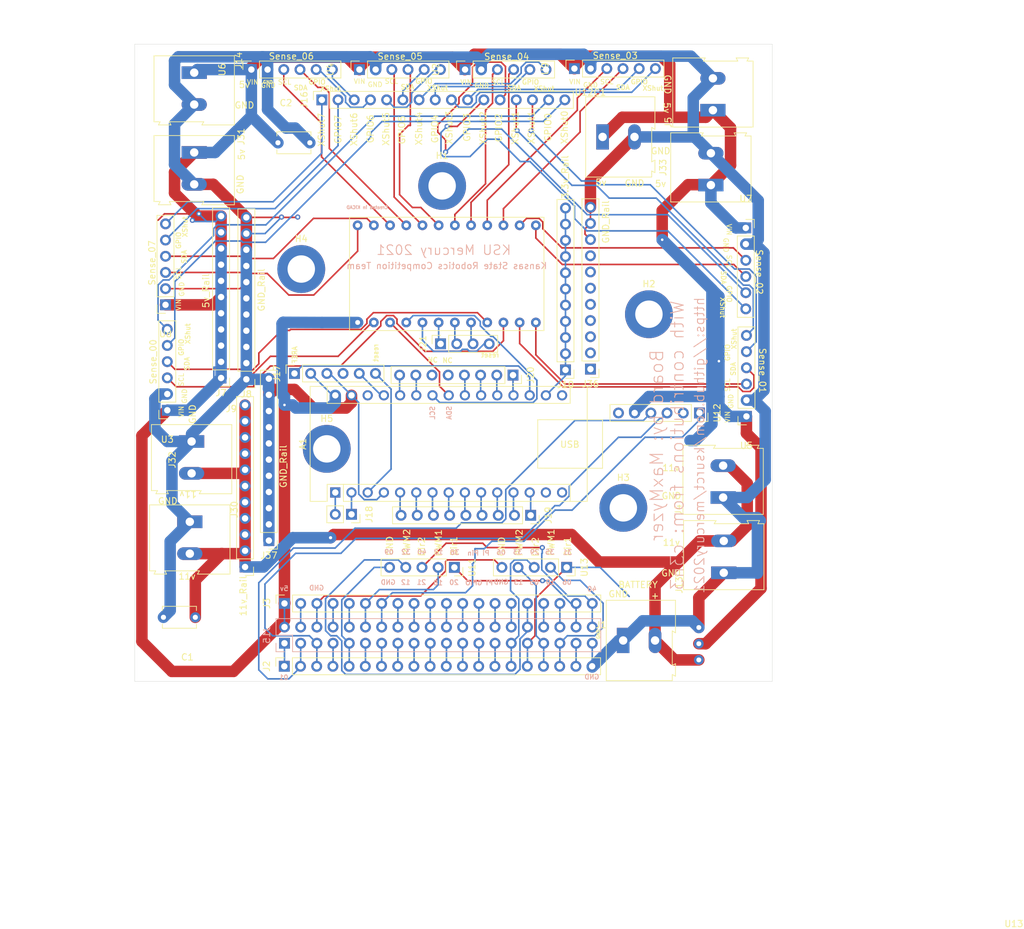
<source format=kicad_pcb>
(kicad_pcb (version 20171130) (host pcbnew "(5.1.9-0-10_14)")
  (title_block (date 2021-04-15))
  (layers (0 F.Cu signal) (31 B.Cu signal) (34 B.Paste user) (35 F.Paste user) (36 B.SilkS user) (37 F.SilkS user) (38 B.Mask user) (39 F.Mask user) (44 Edge.Cuts user))
  (net 0 "")
  (net 1 /Sensors/Arduino_Tx)
  (net 2 /Sensors/Arduino_Rx)
  (net 3 /Sensors/Arduino_AREF)
  (net 4 /Sensors/Arduino_Reset)
  (net 5 /Sensors/Arduino_A0)
  (net 6 /Sensors/Arduino_A1)
  (net 7 /Sensors/Arduino_D2)
  (net 8 /Sensors/Arduino_A2)
  (net 9 /Sensors/Arduino_D3)
  (net 10 /Sensors/Arduino_A3)
  (net 11 /Sensors/Arduino_D4)
  (net 12 /Sensors/SDA)
  (net 13 /Sensors/Arduino_D5)
  (net 14 /Sensors/SCL)
  (net 15 /Sensors/Arduino_D6)
  (net 16 /Sensors/Arduino_A7)
  (net 17 /Sensors/Arduino_D7)
  (net 18 /Sensors/Arduino_A8)
  (net 19 /Sensors/Arduino_D8)
  (net 20 /Sensors/Arduino_D9)
  (net 21 "Net-(A1-Pad28)")
  (net 22 /Sensors/Arduino_D10)
  (net 23 "Net-(A1-Pad14)")
  (net 24 "Net-(A1-Pad15)")
  (net 25 "Net-(A1-Pad16)")
  (net 26 /Motors/LM_GND)
  (net 27 /Motors/LM_DIR2_GPIO5)
  (net 28 /Motors/LM_DIR1_GPIO6)
  (net 29 /Motors/LM_PWM2_GPIO13)
  (net 30 /Motors/LM_PWM1_GPIO19)
  (net 31 /Sensors/Sense7_XShut)
  (net 32 /Sensors/Sense7_GPIO)
  (net 33 /Sensors/Sense6_XShut)
  (net 34 /Sensors/Sense6_GPIO)
  (net 35 /Sensors/Sense5_XShut)
  (net 36 /Sensors/Sense5_GPIO)
  (net 37 /Sensors/Sense4_XShut)
  (net 38 /Sensors/Sense4_GPIO)
  (net 39 /Sensors/Sense3_XShut)
  (net 40 /Sensors/Sense3_GPIO)
  (net 41 /Sensors/Sense2_XShut)
  (net 42 /Sensors/Sense2_GPIO)
  (net 43 /Sensors/Sense1_XShut)
  (net 44 /Sensors/Sense1_GPIO)
  (net 45 /Sensors/Sense0_XShut)
  (net 46 /Sensors/Sense0_GPIO)
  (net 47 "Net-(J17-Pad4)")
  (net 48 /Sensors/MP_A0)
  (net 49 /Sensors/MP_A1)
  (net 50 /Sensors/MP_A2)
  (net 51 /Sensors/MP_Reset)
  (net 52 /Sensors/SDA0)
  (net 53 /Sensors/SCL0)
  (net 54 /Sensors/SDA1)
  (net 55 /Sensors/SCL1)
  (net 56 /Sensors/SDA2)
  (net 57 /Sensors/SCL2)
  (net 58 /Sensors/SDA3)
  (net 59 /Sensors/SCL3)
  (net 60 /Sensors/SDA4)
  (net 61 /Sensors/SCL4)
  (net 62 /Sensors/SDA5)
  (net 63 /Sensors/SCL5)
  (net 64 /Sensors/SDA6)
  (net 65 /Sensors/SCL6)
  (net 66 /Sensors/SDA7)
  (net 67 /Sensors/SCL7)
  (net 68 /Motors/Servo_V+)
  (net 69 /Sensors/Arduino_5v)
  (net 70 /Motors/Servo_OE)
  (net 71 3.3v_Rail)
  (net 72 GND_Rail)
  (net 73 11.1v_Rail)
  (net 74 5v_Rail)
  (net 75 /Motors/Pi37)
  (net 76 /Motors/Pi27)
  (net 77 /Motors/Pi25)
  (net 78 /Motors/Pi23)
  (net 79 /Motors/Pi21)
  (net 80 /Motors/Pi19)
  (net 81 /Motors/Pi17)
  (net 82 /Motors/Pi15)
  (net 83 /Motors/Pi13)
  (net 84 /Motors/Pi11)
  (net 85 /Motors/Pi09)
  (net 86 /Motors/Pi07)
  (net 87 /Motors/Pi05)
  (net 88 /Motors/Pi03)
  (net 89 /Motors/Pi01)
  (net 90 /Motors/Pi04)
  (net 91 /Motors/Pi08)
  (net 92 /Motors/Pi10)
  (net 93 /Motors/Pi12)
  (net 94 /Motors/Pi14)
  (net 95 /Motors/Pi16)
  (net 96 /Motors/Pi18)
  (net 97 /Motors/Pi20)
  (net 98 /Motors/Pi22)
  (net 99 /Motors/Pi24)
  (net 100 /Motors/Pi26)
  (net 101 /Motors/Pi28)
  (net 102 /Motors/Pi30)
  (net 103 /Motors/Pi32)
  (net 104 /Motors/Pi34)
  (net 105 /Motors/Pi36)
  (net 106 /Motors/Pi38)
  (net 107 /Motors/Pi40)
  (net 108 /Sensors/NCb)
  (net 109 /Sensors/NCa)
  (module Capacitor_THT:C_Disc_D5.1mm_W3.2mm_P5.00mm (layer F.Cu) (at 40.5892 35.0774)
    (fp_text reference C2 (at 1.25 -6.25) (layer F.SilkS))
    (fp_text value 10μf)
    (pad 2 thru_hole circle (at 5 0) (size 1.6 1.6) (drill 0.8) (layers *.Cu *.Mask) (net 72 GND_Rail))
    (pad 1 thru_hole circle (at 0 0) (size 1.6 1.6) (drill 0.8) (layers *.Cu *.Mask) (net 74 5v_Rail))
  )
  (module Capacitor_THT:C_Disc_D5.1mm_W3.2mm_P5.00mm (layer F.Cu) (at 27.6352 109.5248 180)
    (fp_text reference C1 (at 1.25 -6.25) (layer F.SilkS))
    (fp_text value 10μf)
    (pad 2 thru_hole circle (at 5 0 180) (size 1.6 1.6) (drill 0.8) (layers *.Cu *.Mask) (net 72 GND_Rail))
    (pad 1 thru_hole circle (at 0 0 180) (size 1.6 1.6) (drill 0.8) (layers *.Cu *.Mask) (net 73 11.1v_Rail))
  )
  (module "" (layer F.Cu) (at 88.8492 100.63734)
    (fp_text reference "" (at 67.056 55.6514) (layer F.SilkS) (effects (font (size 1.27 1.27))))
    (fp_text value "" (at 67.056 55.6514) (layer F.SilkS) (effects (font (size 1.27 1.27))))
    (fp_text user U13 (at 67.12598 56.96966 180) (layer F.SilkS))
  )
  (module "Mercury 2021:TCA9548" (layer F.Cu) (at 67.056 55.6514 90)
    (fp_text reference U10 hide)
    (fp_text value TCA9548APWR)
    (pad 20 thru_hole circle (at 7.62 -13.97 90) (size 1.524 1.524) (drill 0.762) (layers *.Cu *.Mask) (net 67 /Sensors/SCL7))
    (pad 19 thru_hole circle (at 7.62 -11.43 90) (size 1.524 1.524) (drill 0.762) (layers *.Cu *.Mask) (net 66 /Sensors/SDA7))
    (pad 18 thru_hole circle (at 7.62 -8.89 90) (size 1.524 1.524) (drill 0.762) (layers *.Cu *.Mask) (net 65 /Sensors/SCL6))
    (pad 17 thru_hole circle (at 7.62 -6.35 90) (size 1.524 1.524) (drill 0.762) (layers *.Cu *.Mask) (net 64 /Sensors/SDA6))
    (pad 16 thru_hole circle (at 7.62 -3.81 90) (size 1.524 1.524) (drill 0.762) (layers *.Cu *.Mask) (net 63 /Sensors/SCL5))
    (pad 15 thru_hole circle (at 7.62 -1.27 90) (size 1.524 1.524) (drill 0.762) (layers *.Cu *.Mask) (net 62 /Sensors/SDA5))
    (pad 14 thru_hole circle (at 7.62 1.27 90) (size 1.524 1.524) (drill 0.762) (layers *.Cu *.Mask) (net 61 /Sensors/SCL4))
    (pad 13 thru_hole circle (at 7.62 3.81 90) (size 1.524 1.524) (drill 0.762) (layers *.Cu *.Mask) (net 60 /Sensors/SDA4))
    (pad 11 thru_hole circle (at 7.62 6.35 90) (size 1.524 1.524) (drill 0.762) (layers *.Cu *.Mask) (net 59 /Sensors/SCL3))
    (pad 10 thru_hole circle (at 7.62 8.89 90) (size 1.524 1.524) (drill 0.762) (layers *.Cu *.Mask) (net 58 /Sensors/SDA3))
    (pad 9 thru_hole circle (at 7.62 11.43 90) (size 1.524 1.524) (drill 0.762) (layers *.Cu *.Mask) (net 57 /Sensors/SCL2))
    (pad 8 thru_hole circle (at 7.62 13.97 90) (size 1.524 1.524) (drill 0.762) (layers *.Cu *.Mask) (net 56 /Sensors/SDA2))
    (pad 7 thru_hole circle (at -7.62 13.97 90) (size 1.524 1.524) (drill 0.762) (layers *.Cu *.Mask) (net 55 /Sensors/SCL1))
    (pad 6 thru_hole circle (at -7.62 11.43 90) (size 1.524 1.524) (drill 0.762) (layers *.Cu *.Mask) (net 54 /Sensors/SDA1))
    (pad 5 thru_hole circle (at -7.62 8.89 90) (size 1.524 1.524) (drill 0.762) (layers *.Cu *.Mask) (net 53 /Sensors/SCL0))
    (pad 4 thru_hole circle (at -7.62 6.35 90) (size 1.524 1.524) (drill 0.762) (layers *.Cu *.Mask) (net 52 /Sensors/SDA0))
    (pad 21 thru_hole circle (at -7.62 3.81 90) (size 1.524 1.524) (drill 0.762) (layers *.Cu *.Mask) (net 50 /Sensors/MP_A2))
    (pad 2 thru_hole circle (at -7.62 1.27 90) (size 1.524 1.524) (drill 0.762) (layers *.Cu *.Mask) (net 49 /Sensors/MP_A1))
    (pad 1 thru_hole circle (at -7.62 -1.27 90) (size 1.524 1.524) (drill 0.762) (layers *.Cu *.Mask) (net 48 /Sensors/MP_A0))
    (pad 3 thru_hole circle (at -7.62 -3.81 90) (size 1.524 1.524) (drill 0.762) (layers *.Cu *.Mask) (net 51 /Sensors/MP_Reset))
    (pad 22 thru_hole circle (at -7.62 -6.35 90) (size 1.524 1.524) (drill 0.762) (layers *.Cu *.Mask) (net 14 /Sensors/SCL))
    (pad 23 thru_hole circle (at -7.62 -8.89 90) (size 1.524 1.524) (drill 0.762) (layers *.Cu *.Mask) (net 12 /Sensors/SDA))
    (pad 12 thru_hole circle (at -7.62 -11.43 90) (size 1.524 1.524) (drill 0.762) (layers *.Cu *.Mask) (net 72 GND_Rail))
    (pad 24 thru_hole circle (at -7.62 -13.97 90) (size 1.524 1.524) (drill 0.762) (layers *.Cu *.Mask) (net 74 5v_Rail))
  )
  (module Connector_PinSocket_2.54mm:PinSocket_2x20_P2.54mm_Vertical (layer B.Cu) (at 41.61282 113.59134 270)
    (fp_text reference J15 (at -1.27 2.77 270) (layer B.SilkS) (effects (justify mirror)))
    (fp_text value Raspberry_Pi_2_3)
    (pad 1 thru_hole rect (at 0 0 270) (size 1.7 1.7) (drill 1) (layers *.Cu *.Mask) (net 89 /Motors/Pi01))
    (pad 2 thru_hole oval (at -2.54 0 270) (size 1.7 1.7) (drill 1) (layers *.Cu *.Mask) (net 74 5v_Rail))
    (pad 3 thru_hole oval (at 0 -2.54 270) (size 1.7 1.7) (drill 1) (layers *.Cu *.Mask) (net 88 /Motors/Pi03))
    (pad 4 thru_hole oval (at -2.54 -2.54 270) (size 1.7 1.7) (drill 1) (layers *.Cu *.Mask) (net 90 /Motors/Pi04))
    (pad 5 thru_hole oval (at 0 -5.08 270) (size 1.7 1.7) (drill 1) (layers *.Cu *.Mask) (net 87 /Motors/Pi05))
    (pad 6 thru_hole oval (at -2.54 -5.08 270) (size 1.7 1.7) (drill 1) (layers *.Cu *.Mask) (net 26 /Motors/LM_GND))
    (pad 7 thru_hole oval (at 0 -7.62 270) (size 1.7 1.7) (drill 1) (layers *.Cu *.Mask) (net 86 /Motors/Pi07))
    (pad 8 thru_hole oval (at -2.54 -7.62 270) (size 1.7 1.7) (drill 1) (layers *.Cu *.Mask) (net 91 /Motors/Pi08))
    (pad 9 thru_hole oval (at 0 -10.16 270) (size 1.7 1.7) (drill 1) (layers *.Cu *.Mask) (net 85 /Motors/Pi09))
    (pad 10 thru_hole oval (at -2.54 -10.16 270) (size 1.7 1.7) (drill 1) (layers *.Cu *.Mask) (net 92 /Motors/Pi10))
    (pad 11 thru_hole oval (at 0 -12.7 270) (size 1.7 1.7) (drill 1) (layers *.Cu *.Mask) (net 84 /Motors/Pi11))
    (pad 12 thru_hole oval (at -2.54 -12.7 270) (size 1.7 1.7) (drill 1) (layers *.Cu *.Mask) (net 93 /Motors/Pi12))
    (pad 13 thru_hole oval (at 0 -15.24 270) (size 1.7 1.7) (drill 1) (layers *.Cu *.Mask) (net 83 /Motors/Pi13))
    (pad 14 thru_hole oval (at -2.54 -15.24 270) (size 1.7 1.7) (drill 1) (layers *.Cu *.Mask) (net 94 /Motors/Pi14))
    (pad 15 thru_hole oval (at 0 -17.78 270) (size 1.7 1.7) (drill 1) (layers *.Cu *.Mask) (net 82 /Motors/Pi15))
    (pad 16 thru_hole oval (at -2.54 -17.78 270) (size 1.7 1.7) (drill 1) (layers *.Cu *.Mask) (net 95 /Motors/Pi16))
    (pad 17 thru_hole oval (at 0 -20.32 270) (size 1.7 1.7) (drill 1) (layers *.Cu *.Mask) (net 81 /Motors/Pi17))
    (pad 18 thru_hole oval (at -2.54 -20.32 270) (size 1.7 1.7) (drill 1) (layers *.Cu *.Mask) (net 96 /Motors/Pi18))
    (pad 19 thru_hole oval (at 0 -22.86 270) (size 1.7 1.7) (drill 1) (layers *.Cu *.Mask) (net 80 /Motors/Pi19))
    (pad 20 thru_hole oval (at -2.54 -22.86 270) (size 1.7 1.7) (drill 1) (layers *.Cu *.Mask) (net 97 /Motors/Pi20))
    (pad 21 thru_hole oval (at 0 -25.4 270) (size 1.7 1.7) (drill 1) (layers *.Cu *.Mask) (net 79 /Motors/Pi21))
    (pad 22 thru_hole oval (at -2.54 -25.4 270) (size 1.7 1.7) (drill 1) (layers *.Cu *.Mask) (net 98 /Motors/Pi22))
    (pad 23 thru_hole oval (at 0 -27.94 270) (size 1.7 1.7) (drill 1) (layers *.Cu *.Mask) (net 78 /Motors/Pi23))
    (pad 24 thru_hole oval (at -2.54 -27.94 270) (size 1.7 1.7) (drill 1) (layers *.Cu *.Mask) (net 99 /Motors/Pi24))
    (pad 25 thru_hole oval (at 0 -30.48 270) (size 1.7 1.7) (drill 1) (layers *.Cu *.Mask) (net 77 /Motors/Pi25))
    (pad 26 thru_hole oval (at -2.54 -30.48 270) (size 1.7 1.7) (drill 1) (layers *.Cu *.Mask) (net 100 /Motors/Pi26))
    (pad 27 thru_hole oval (at 0 -33.02 270) (size 1.7 1.7) (drill 1) (layers *.Cu *.Mask) (net 76 /Motors/Pi27))
    (pad 28 thru_hole oval (at -2.54 -33.02 270) (size 1.7 1.7) (drill 1) (layers *.Cu *.Mask) (net 101 /Motors/Pi28))
    (pad 29 thru_hole oval (at 0 -35.56 270) (size 1.7 1.7) (drill 1) (layers *.Cu *.Mask) (net 27 /Motors/LM_DIR2_GPIO5))
    (pad 30 thru_hole oval (at -2.54 -35.56 270) (size 1.7 1.7) (drill 1) (layers *.Cu *.Mask) (net 102 /Motors/Pi30))
    (pad 31 thru_hole oval (at 0 -38.1 270) (size 1.7 1.7) (drill 1) (layers *.Cu *.Mask) (net 28 /Motors/LM_DIR1_GPIO6))
    (pad 32 thru_hole oval (at -2.54 -38.1 270) (size 1.7 1.7) (drill 1) (layers *.Cu *.Mask) (net 103 /Motors/Pi32))
    (pad 33 thru_hole oval (at 0 -40.64 270) (size 1.7 1.7) (drill 1) (layers *.Cu *.Mask) (net 29 /Motors/LM_PWM2_GPIO13))
    (pad 34 thru_hole oval (at -2.54 -40.64 270) (size 1.7 1.7) (drill 1) (layers *.Cu *.Mask) (net 104 /Motors/Pi34))
    (pad 35 thru_hole oval (at 0 -43.18 270) (size 1.7 1.7) (drill 1) (layers *.Cu *.Mask) (net 30 /Motors/LM_PWM1_GPIO19))
    (pad 36 thru_hole oval (at -2.54 -43.18 270) (size 1.7 1.7) (drill 1) (layers *.Cu *.Mask) (net 105 /Motors/Pi36))
    (pad 37 thru_hole oval (at 0 -45.72 270) (size 1.7 1.7) (drill 1) (layers *.Cu *.Mask) (net 75 /Motors/Pi37))
    (pad 38 thru_hole oval (at -2.54 -45.72 270) (size 1.7 1.7) (drill 1) (layers *.Cu *.Mask) (net 106 /Motors/Pi38))
    (pad 39 thru_hole oval (at 0 -48.26 270) (size 1.7 1.7) (drill 1) (layers *.Cu *.Mask) (net 72 GND_Rail))
    (pad 40 thru_hole oval (at -2.54 -48.26 270) (size 1.7 1.7) (drill 1) (layers *.Cu *.Mask) (net 107 /Motors/Pi40))
  )
  (module Connector_PinSocket_2.54mm:PinSocket_1x06_P2.54mm_Vertical (layer F.Cu) (at 106.68 77.47 270)
    (fp_text reference U12 (at 0 -2.77 90) (layer F.SilkS))
    (fp_text value PCA9685)
    (pad 1 thru_hole rect (at 0 0 270) (size 1.7 1.7) (drill 1) (layers *.Cu *.Mask) (net 94 /Motors/Pi14))
    (pad 2 thru_hole oval (at 0 2.54 270) (size 1.7 1.7) (drill 1) (layers *.Cu *.Mask) (net 70 /Motors/Servo_OE))
    (pad 3 thru_hole oval (at 0 5.08 270) (size 1.7 1.7) (drill 1) (layers *.Cu *.Mask) (net 87 /Motors/Pi05))
    (pad 4 thru_hole oval (at 0 7.62 270) (size 1.7 1.7) (drill 1) (layers *.Cu *.Mask) (net 88 /Motors/Pi03))
    (pad 5 thru_hole oval (at 0 10.16 270) (size 1.7 1.7) (drill 1) (layers *.Cu *.Mask) (net 74 5v_Rail))
    (pad 6 thru_hole oval (at 0 12.7 270) (size 1.7 1.7) (drill 1) (layers *.Cu *.Mask) (net 68 /Motors/Servo_V+))
  )
  (module MountingHole:MountingHole_4.3mm_M4_DIN965_Pad_TopBottom (layer F.Cu) (at 48.24476 83.09864)
    (fp_text reference H5 (at 0 -4.75) (layer F.SilkS))
    (fp_text value MountingHole)
    (pad 1 connect circle (at 0 0) (size 7.5 7.5) (layers B.Cu B.Mask))
    (pad 1 connect circle (at 0 0) (size 7.5 7.5) (layers F.Cu F.Mask))
    (pad 1 thru_hole circle (at 0 0) (size 4.7 4.7) (drill 4.3) (layers *.Cu *.Mask))
  )
  (module MountingHole:MountingHole_4.3mm_M4_DIN965_Pad_TopBottom (layer F.Cu) (at 44.2468 54.8894)
    (fp_text reference H4 (at 0 -4.75) (layer F.SilkS))
    (fp_text value MountingHole)
    (pad 1 connect circle (at 0 0) (size 7.5 7.5) (layers B.Cu B.Mask))
    (pad 1 connect circle (at 0 0) (size 7.5 7.5) (layers F.Cu F.Mask))
    (pad 1 thru_hole circle (at 0 0) (size 4.7 4.7) (drill 4.3) (layers *.Cu *.Mask))
  )
  (module MountingHole:MountingHole_4.3mm_M4_DIN965_Pad_TopBottom (layer F.Cu) (at 94.742 92.3544)
    (fp_text reference H3 (at 0 -4.75) (layer F.SilkS))
    (fp_text value MountingHole)
    (pad 1 connect circle (at 0 0) (size 7.5 7.5) (layers B.Cu B.Mask))
    (pad 1 connect circle (at 0 0) (size 7.5 7.5) (layers F.Cu F.Mask))
    (pad 1 thru_hole circle (at 0 0) (size 4.7 4.7) (drill 4.3) (layers *.Cu *.Mask))
  )
  (module MountingHole:MountingHole_4.3mm_M4_DIN965_Pad_TopBottom (layer F.Cu) (at 98.7552 61.976)
    (fp_text reference H2 (at 0 -4.75) (layer F.SilkS))
    (fp_text value MountingHole)
    (pad 1 connect circle (at 0 0) (size 7.5 7.5) (layers B.Cu B.Mask))
    (pad 1 connect circle (at 0 0) (size 7.5 7.5) (layers F.Cu F.Mask))
    (pad 1 thru_hole circle (at 0 0) (size 4.7 4.7) (drill 4.3) (layers *.Cu *.Mask))
  )
  (module MountingHole:MountingHole_4.3mm_M4_DIN965_Pad_TopBottom (layer F.Cu) (at 66.33464 41.8465)
    (fp_text reference H1 (at 0 -4.75) (layer F.SilkS))
    (fp_text value MountingHole)
    (pad 1 connect circle (at 0 0) (size 7.5 7.5) (layers B.Cu B.Mask))
    (pad 1 connect circle (at 0 0) (size 7.5 7.5) (layers F.Cu F.Mask))
    (pad 1 thru_hole circle (at 0 0) (size 4.7 4.7) (drill 4.3) (layers *.Cu *.Mask))
  )
  (module TerminalBlock:TerminalBlock_Altech_AK300-2_P5.00mm (layer F.Cu) (at 27.4574 36.6014 270)
    (fp_text reference J31 (at -2.4892 -7.366 90) (layer F.SilkS))
    (fp_text value Screw_Terminal_01x02)
    (pad 2 thru_hole oval (at 5 0 270) (size 1.98 3.96) (drill 1.32) (layers *.Cu *.Mask) (net 72 GND_Rail))
    (pad 1 thru_hole rect (at 0 0 270) (size 1.98 3.96) (drill 1.32) (layers *.Cu *.Mask) (net 74 5v_Rail))
  )
  (module TerminalBlock:TerminalBlock_Altech_AK300-2_P5.00mm (layer F.Cu) (at 110.3884 90.7288 90)
    (fp_text reference J4 (at -1.92 -6.99 90) (layer F.SilkS))
    (fp_text value Screw_Terminal_01x02)
    (pad 2 thru_hole oval (at 5 0 90) (size 1.98 3.96) (drill 1.32) (layers *.Cu *.Mask) (net 73 11.1v_Rail))
    (pad 1 thru_hole rect (at 0 0 90) (size 1.98 3.96) (drill 1.32) (layers *.Cu *.Mask) (net 72 GND_Rail))
  )
  (module TerminalBlock:TerminalBlock_Altech_AK300-2_P5.00mm (layer F.Cu) (at 108.7882 29.972 90)
    (fp_text reference J5 (at -1.92 -6.99 90) (layer F.SilkS))
    (fp_text value Screw_Terminal_01x02)
    (pad 2 thru_hole oval (at 5 0 90) (size 1.98 3.96) (drill 1.32) (layers *.Cu *.Mask) (net 72 GND_Rail))
    (pad 1 thru_hole rect (at 0 0 90) (size 1.98 3.96) (drill 1.32) (layers *.Cu *.Mask) (net 74 5v_Rail))
  )
  (module TerminalBlock:TerminalBlock_Altech_AK300-2_P5.00mm (layer F.Cu) (at 91.4908 34.163)
    (fp_text reference U12C1 (at -1.92 -6.99) (layer F.SilkS))
    (fp_text value PCA9685)
    (pad 2 thru_hole oval (at 5 0) (size 1.98 3.96) (drill 1.32) (layers *.Cu *.Mask) (net 72 GND_Rail))
    (pad 1 thru_hole rect (at 0 0) (size 1.98 3.96) (drill 1.32) (layers *.Cu *.Mask) (net 74 5v_Rail))
  )
  (module "Mercury 2021:VL53L0X" (layer F.Cu) (at 81.9912 23.4442 90)
    (fp_text reference U9 (at 0 0.5 90) (layer F.SilkS))
    (fp_text value Adafruit_VL53L0X)
    (pad 2 thru_hole oval (at 0 7.62 90) (size 1.7 1.7) (drill 1) (layers *.Cu *.Mask) (net 72 GND_Rail))
    (pad 3 thru_hole oval (at 0 10.16 90) (size 1.7 1.7) (drill 1) (layers *.Cu *.Mask) (net 59 /Sensors/SCL3))
    (pad 6 thru_hole oval (at 0 17.78 90) (size 1.7 1.7) (drill 1) (layers *.Cu *.Mask) (net 39 /Sensors/Sense3_XShut))
    (pad 1 thru_hole rect (at 0 5.08 90) (size 1.7 1.7) (drill 1) (layers *.Cu *.Mask) (net 74 5v_Rail))
    (pad 4 thru_hole oval (at 0 12.7 90) (size 1.7 1.7) (drill 1) (layers *.Cu *.Mask) (net 58 /Sensors/SDA3))
    (pad 5 thru_hole oval (at 0 15.24 90) (size 1.7 1.7) (drill 1) (layers *.Cu *.Mask) (net 40 /Sensors/Sense3_GPIO))
  )
  (module "Mercury 2021:VL53L0X" (layer F.Cu) (at 22.9616 65.5828 180)
    (fp_text reference U8 (at 0 0.5) (layer F.SilkS))
    (fp_text value Adafruit_VL53L0X)
    (pad 2 thru_hole oval (at 0 7.62 180) (size 1.7 1.7) (drill 1) (layers *.Cu *.Mask) (net 72 GND_Rail))
    (pad 3 thru_hole oval (at 0 10.16 180) (size 1.7 1.7) (drill 1) (layers *.Cu *.Mask) (net 67 /Sensors/SCL7))
    (pad 6 thru_hole oval (at 0 17.78 180) (size 1.7 1.7) (drill 1) (layers *.Cu *.Mask) (net 31 /Sensors/Sense7_XShut))
    (pad 1 thru_hole rect (at 0 5.08 180) (size 1.7 1.7) (drill 1) (layers *.Cu *.Mask) (net 74 5v_Rail))
    (pad 4 thru_hole oval (at 0 12.7 180) (size 1.7 1.7) (drill 1) (layers *.Cu *.Mask) (net 66 /Sensors/SDA7))
    (pad 5 thru_hole oval (at 0 15.24 180) (size 1.7 1.7) (drill 1) (layers *.Cu *.Mask) (net 32 /Sensors/Sense7_GPIO))
  )
  (module "Mercury 2021:VL53L0X" (layer F.Cu) (at 113.9444 43.3578)
    (fp_text reference U7 (at 0 0.5) (layer F.SilkS))
    (fp_text value Adafruit_VL53L0X)
    (pad 2 thru_hole oval (at 0 7.62) (size 1.7 1.7) (drill 1) (layers *.Cu *.Mask) (net 72 GND_Rail))
    (pad 3 thru_hole oval (at 0 10.16) (size 1.7 1.7) (drill 1) (layers *.Cu *.Mask) (net 57 /Sensors/SCL2))
    (pad 6 thru_hole oval (at 0 17.78) (size 1.7 1.7) (drill 1) (layers *.Cu *.Mask) (net 41 /Sensors/Sense2_XShut))
    (pad 1 thru_hole rect (at 0 5.08) (size 1.7 1.7) (drill 1) (layers *.Cu *.Mask) (net 74 5v_Rail))
    (pad 4 thru_hole oval (at 0 12.7) (size 1.7 1.7) (drill 1) (layers *.Cu *.Mask) (net 56 /Sensors/SDA2))
    (pad 5 thru_hole oval (at 0 15.24) (size 1.7 1.7) (drill 1) (layers *.Cu *.Mask) (net 42 /Sensors/Sense2_GPIO))
  )
  (module "Mercury 2021:VL53L0X" (layer F.Cu) (at 31.3436 23.5966 90)
    (fp_text reference U6 (at 0 0.5 90) (layer F.SilkS))
    (fp_text value Adafruit_VL53L0X)
    (pad 2 thru_hole oval (at 0 7.62 90) (size 1.7 1.7) (drill 1) (layers *.Cu *.Mask) (net 72 GND_Rail))
    (pad 3 thru_hole oval (at 0 10.16 90) (size 1.7 1.7) (drill 1) (layers *.Cu *.Mask) (net 65 /Sensors/SCL6))
    (pad 6 thru_hole oval (at 0 17.78 90) (size 1.7 1.7) (drill 1) (layers *.Cu *.Mask) (net 33 /Sensors/Sense6_XShut))
    (pad 1 thru_hole rect (at 0 5.08 90) (size 1.7 1.7) (drill 1) (layers *.Cu *.Mask) (net 74 5v_Rail))
    (pad 4 thru_hole oval (at 0 12.7 90) (size 1.7 1.7) (drill 1) (layers *.Cu *.Mask) (net 64 /Sensors/SDA6))
    (pad 5 thru_hole oval (at 0 15.24 90) (size 1.7 1.7) (drill 1) (layers *.Cu *.Mask) (net 34 /Sensors/Sense6_GPIO))
  )
  (module "Mercury 2021:VL53L0X" (layer F.Cu) (at 114.046 83.0834 180)
    (fp_text reference U5 (at 0 0.5) (layer F.SilkS))
    (fp_text value Adafruit_VL53L0X)
    (pad 2 thru_hole oval (at 0 7.62 180) (size 1.7 1.7) (drill 1) (layers *.Cu *.Mask) (net 72 GND_Rail))
    (pad 3 thru_hole oval (at 0 10.16 180) (size 1.7 1.7) (drill 1) (layers *.Cu *.Mask) (net 55 /Sensors/SCL1))
    (pad 6 thru_hole oval (at 0 17.78 180) (size 1.7 1.7) (drill 1) (layers *.Cu *.Mask) (net 43 /Sensors/Sense1_XShut))
    (pad 1 thru_hole rect (at 0 5.08 180) (size 1.7 1.7) (drill 1) (layers *.Cu *.Mask) (net 74 5v_Rail))
    (pad 4 thru_hole oval (at 0 12.7 180) (size 1.7 1.7) (drill 1) (layers *.Cu *.Mask) (net 54 /Sensors/SDA1))
    (pad 5 thru_hole oval (at 0 15.24 180) (size 1.7 1.7) (drill 1) (layers *.Cu *.Mask) (net 44 /Sensors/Sense1_GPIO))
  )
  (module "Mercury 2021:VL53L0X" (layer F.Cu) (at 48.2854 23.5966 90)
    (fp_text reference U4 (at 0 0.5 90) (layer F.SilkS))
    (fp_text value Adafruit_VL53L0X)
    (pad 2 thru_hole oval (at 0 7.62 90) (size 1.7 1.7) (drill 1) (layers *.Cu *.Mask) (net 72 GND_Rail))
    (pad 3 thru_hole oval (at 0 10.16 90) (size 1.7 1.7) (drill 1) (layers *.Cu *.Mask) (net 63 /Sensors/SCL5))
    (pad 6 thru_hole oval (at 0 17.78 90) (size 1.7 1.7) (drill 1) (layers *.Cu *.Mask) (net 35 /Sensors/Sense5_XShut))
    (pad 1 thru_hole rect (at 0 5.08 90) (size 1.7 1.7) (drill 1) (layers *.Cu *.Mask) (net 74 5v_Rail))
    (pad 4 thru_hole oval (at 0 12.7 90) (size 1.7 1.7) (drill 1) (layers *.Cu *.Mask) (net 62 /Sensors/SDA5))
    (pad 5 thru_hole oval (at 0 15.24 90) (size 1.7 1.7) (drill 1) (layers *.Cu *.Mask) (net 36 /Sensors/Sense5_GPIO))
  )
  (module "Mercury 2021:VL53L0X" (layer F.Cu) (at 23.241 82.1182 180)
    (fp_text reference U3 (at 0 0.5) (layer F.SilkS))
    (fp_text value Adafruit_VL53L0X)
    (pad 2 thru_hole oval (at 0 7.62 180) (size 1.7 1.7) (drill 1) (layers *.Cu *.Mask) (net 72 GND_Rail))
    (pad 3 thru_hole oval (at 0 10.16 180) (size 1.7 1.7) (drill 1) (layers *.Cu *.Mask) (net 53 /Sensors/SCL0))
    (pad 6 thru_hole oval (at 0 17.78 180) (size 1.7 1.7) (drill 1) (layers *.Cu *.Mask) (net 45 /Sensors/Sense0_XShut))
    (pad 1 thru_hole rect (at 0 5.08 180) (size 1.7 1.7) (drill 1) (layers *.Cu *.Mask) (net 74 5v_Rail))
    (pad 4 thru_hole oval (at 0 12.7 180) (size 1.7 1.7) (drill 1) (layers *.Cu *.Mask) (net 52 /Sensors/SDA0))
    (pad 5 thru_hole oval (at 0 15.24 180) (size 1.7 1.7) (drill 1) (layers *.Cu *.Mask) (net 46 /Sensors/Sense0_GPIO))
  )
  (module "Mercury 2021:VL53L0X" (layer F.Cu) (at 64.8462 23.5966 90)
    (fp_text reference U2 (at 0 0.5 90) (layer F.SilkS))
    (fp_text value Adafruit_VL53L0X)
    (pad 2 thru_hole oval (at 0 7.62 90) (size 1.7 1.7) (drill 1) (layers *.Cu *.Mask) (net 72 GND_Rail))
    (pad 3 thru_hole oval (at 0 10.16 90) (size 1.7 1.7) (drill 1) (layers *.Cu *.Mask) (net 61 /Sensors/SCL4))
    (pad 6 thru_hole oval (at 0 17.78 90) (size 1.7 1.7) (drill 1) (layers *.Cu *.Mask) (net 37 /Sensors/Sense4_XShut))
    (pad 1 thru_hole rect (at 0 5.08 90) (size 1.7 1.7) (drill 1) (layers *.Cu *.Mask) (net 74 5v_Rail))
    (pad 4 thru_hole oval (at 0 12.7 90) (size 1.7 1.7) (drill 1) (layers *.Cu *.Mask) (net 60 /Sensors/SDA4))
    (pad 5 thru_hole oval (at 0 15.24 90) (size 1.7 1.7) (drill 1) (layers *.Cu *.Mask) (net 38 /Sensors/Sense4_GPIO))
  )
  (module "Mercury 2021:LM1084" (layer F.Cu) (at 106.5784 116.205)
    (fp_text reference U1 hide)
    (fp_text value LM1084-5.0)
    (pad 3 thru_hole circle (at 0 0) (size 1.524 1.524) (drill 0.762) (layers *.Cu *.Mask) (net 73 11.1v_Rail))
    (pad 2 thru_hole circle (at 0 -2.54) (size 1.524 1.524) (drill 0.762) (layers *.Cu *.Mask) (net 74 5v_Rail))
    (pad 1 thru_hole circle (at 0 -5.08) (size 1.524 1.524) (drill 0.762) (layers *.Cu *.Mask) (net 72 GND_Rail))
  )
  (module Connector_PinHeader_2.54mm:PinHeader_1x11_P2.54mm_Vertical (layer F.Cu) (at 39.1668 97.4852 180)
    (fp_text reference J37 (at 0 -2.33) (layer F.SilkS))
    (fp_text value "GND rail 3")
    (pad 11 thru_hole oval (at 0 25.4 180) (size 1.7 1.7) (drill 1) (layers *.Cu *.Mask) (net 72 GND_Rail))
    (pad 10 thru_hole oval (at 0 22.86 180) (size 1.7 1.7) (drill 1) (layers *.Cu *.Mask) (net 72 GND_Rail))
    (pad 9 thru_hole oval (at 0 20.32 180) (size 1.7 1.7) (drill 1) (layers *.Cu *.Mask) (net 72 GND_Rail))
    (pad 8 thru_hole oval (at 0 17.78 180) (size 1.7 1.7) (drill 1) (layers *.Cu *.Mask) (net 72 GND_Rail))
    (pad 7 thru_hole oval (at 0 15.24 180) (size 1.7 1.7) (drill 1) (layers *.Cu *.Mask) (net 72 GND_Rail))
    (pad 6 thru_hole oval (at 0 12.7 180) (size 1.7 1.7) (drill 1) (layers *.Cu *.Mask) (net 72 GND_Rail))
    (pad 5 thru_hole oval (at 0 10.16 180) (size 1.7 1.7) (drill 1) (layers *.Cu *.Mask) (net 72 GND_Rail))
    (pad 4 thru_hole oval (at 0 7.62 180) (size 1.7 1.7) (drill 1) (layers *.Cu *.Mask) (net 72 GND_Rail))
    (pad 3 thru_hole oval (at 0 5.08 180) (size 1.7 1.7) (drill 1) (layers *.Cu *.Mask) (net 72 GND_Rail))
    (pad 2 thru_hole oval (at 0 2.54 180) (size 1.7 1.7) (drill 1) (layers *.Cu *.Mask) (net 72 GND_Rail))
    (pad 1 thru_hole rect (at 0 0 180) (size 1.7 1.7) (drill 1) (layers *.Cu *.Mask) (net 72 GND_Rail))
  )
  (module Connector_PinHeader_2.54mm:PinHeader_1x11_P2.54mm_Vertical (layer F.Cu) (at 89.5858 70.5866 180)
    (fp_text reference J36 (at 0 -2.33) (layer F.SilkS))
    (fp_text value "GND rail 2")
    (pad 11 thru_hole oval (at 0 25.4 180) (size 1.7 1.7) (drill 1) (layers *.Cu *.Mask) (net 72 GND_Rail))
    (pad 10 thru_hole oval (at 0 22.86 180) (size 1.7 1.7) (drill 1) (layers *.Cu *.Mask) (net 72 GND_Rail))
    (pad 9 thru_hole oval (at 0 20.32 180) (size 1.7 1.7) (drill 1) (layers *.Cu *.Mask) (net 72 GND_Rail))
    (pad 8 thru_hole oval (at 0 17.78 180) (size 1.7 1.7) (drill 1) (layers *.Cu *.Mask) (net 72 GND_Rail))
    (pad 7 thru_hole oval (at 0 15.24 180) (size 1.7 1.7) (drill 1) (layers *.Cu *.Mask) (net 72 GND_Rail))
    (pad 6 thru_hole oval (at 0 12.7 180) (size 1.7 1.7) (drill 1) (layers *.Cu *.Mask) (net 72 GND_Rail))
    (pad 5 thru_hole oval (at 0 10.16 180) (size 1.7 1.7) (drill 1) (layers *.Cu *.Mask) (net 72 GND_Rail))
    (pad 4 thru_hole oval (at 0 7.62 180) (size 1.7 1.7) (drill 1) (layers *.Cu *.Mask) (net 72 GND_Rail))
    (pad 3 thru_hole oval (at 0 5.08 180) (size 1.7 1.7) (drill 1) (layers *.Cu *.Mask) (net 72 GND_Rail))
    (pad 2 thru_hole oval (at 0 2.54 180) (size 1.7 1.7) (drill 1) (layers *.Cu *.Mask) (net 72 GND_Rail))
    (pad 1 thru_hole rect (at 0 0 180) (size 1.7 1.7) (drill 1) (layers *.Cu *.Mask) (net 72 GND_Rail))
  )
  (module TerminalBlock:TerminalBlock_Altech_AK300-2_P5.00mm (layer F.Cu) (at 108.4697 41.7168 90)
    (fp_text reference J33 (at 2.7532 -7.5047 90) (layer F.SilkS))
    (fp_text value Screw_Terminal_01x02)
    (pad 2 thru_hole oval (at 5 0 90) (size 1.98 3.96) (drill 1.32) (layers *.Cu *.Mask) (net 72 GND_Rail))
    (pad 1 thru_hole rect (at 0 0 90) (size 1.98 3.96) (drill 1.32) (layers *.Cu *.Mask) (net 74 5v_Rail))
  )
  (module TerminalBlock:TerminalBlock_Altech_AK300-2_P5.00mm (layer F.Cu) (at 27.051 81.9404 270)
    (fp_text reference J32 (at 2.8829 3.02768 90) (layer F.SilkS))
    (fp_text value Screw_Terminal_01x02)
    (pad 2 thru_hole oval (at 5 0 270) (size 1.98 3.96) (drill 1.32) (layers *.Cu *.Mask) (net 73 11.1v_Rail))
    (pad 1 thru_hole rect (at 0 0 270) (size 1.98 3.96) (drill 1.32) (layers *.Cu *.Mask) (net 72 GND_Rail))
  )
  (module TerminalBlock:TerminalBlock_Altech_AK300-2_P5.00mm (layer F.Cu) (at 26.7716 94.5388 270)
    (fp_text reference J30 (at -1.92 -6.99 90) (layer F.SilkS))
    (fp_text value Screw_Terminal_01x02)
    (pad 2 thru_hole oval (at 5 0 270) (size 1.98 3.96) (drill 1.32) (layers *.Cu *.Mask) (net 73 11.1v_Rail))
    (pad 1 thru_hole rect (at 0 0 270) (size 1.98 3.96) (drill 1.32) (layers *.Cu *.Mask) (net 72 GND_Rail))
  )
  (module Connector_PinSocket_2.54mm:PinSocket_1x04_P2.54mm_Vertical (layer F.Cu) (at 66.0908 66.6242 90)
    (fp_text reference J21 (at 0 -2.77 90) (layer F.SilkS))
    (fp_text value MP_Extra_Analog)
    (pad 4 thru_hole oval (at 0 7.62 90) (size 1.7 1.7) (drill 1) (layers *.Cu *.Mask) (net 51 /Sensors/MP_Reset))
    (pad 3 thru_hole oval (at 0 5.08 90) (size 1.7 1.7) (drill 1) (layers *.Cu *.Mask) (net 50 /Sensors/MP_A2))
    (pad 2 thru_hole oval (at 0 2.54 90) (size 1.7 1.7) (drill 1) (layers *.Cu *.Mask) (net 49 /Sensors/MP_A1))
    (pad 1 thru_hole rect (at 0 0 90) (size 1.7 1.7) (drill 1) (layers *.Cu *.Mask) (net 48 /Sensors/MP_A0))
  )
  (module Connector_PinSocket_2.54mm:PinSocket_1x08_P2.54mm_Vertical (layer F.Cu) (at 77.4446 71.5264 270)
    (fp_text reference J20 (at 0 -2.77 90) (layer F.SilkS))
    (fp_text value Arduino_Extra_Analog)
    (pad 8 thru_hole oval (at 0 17.78 270) (size 1.7 1.7) (drill 1) (layers *.Cu *.Mask) (net 18 /Sensors/Arduino_A8))
    (pad 7 thru_hole oval (at 0 15.24 270) (size 1.7 1.7) (drill 1) (layers *.Cu *.Mask) (net 16 /Sensors/Arduino_A7))
    (pad 6 thru_hole oval (at 0 12.7 270) (size 1.7 1.7) (drill 1) (layers *.Cu *.Mask) (net 108 /Sensors/NCb))
    (pad 5 thru_hole oval (at 0 10.16 270) (size 1.7 1.7) (drill 1) (layers *.Cu *.Mask) (net 109 /Sensors/NCa))
    (pad 4 thru_hole oval (at 0 7.62 270) (size 1.7 1.7) (drill 1) (layers *.Cu *.Mask) (net 10 /Sensors/Arduino_A3))
    (pad 3 thru_hole oval (at 0 5.08 270) (size 1.7 1.7) (drill 1) (layers *.Cu *.Mask) (net 8 /Sensors/Arduino_A2))
    (pad 2 thru_hole oval (at 0 2.54 270) (size 1.7 1.7) (drill 1) (layers *.Cu *.Mask) (net 6 /Sensors/Arduino_A1))
    (pad 1 thru_hole rect (at 0 0 270) (size 1.7 1.7) (drill 1) (layers *.Cu *.Mask) (net 5 /Sensors/Arduino_A0))
  )
  (module Connector_PinSocket_2.54mm:PinSocket_1x09_P2.54mm_Vertical (layer F.Cu) (at 80.2132 93.5228 270)
    (fp_text reference J19 (at 0 -2.77 90) (layer F.SilkS))
    (fp_text value Arduino_Extra_Digital)
    (pad 9 thru_hole oval (at 0 20.32 270) (size 1.7 1.7) (drill 1) (layers *.Cu *.Mask) (net 7 /Sensors/Arduino_D2))
    (pad 8 thru_hole oval (at 0 17.78 270) (size 1.7 1.7) (drill 1) (layers *.Cu *.Mask) (net 9 /Sensors/Arduino_D3))
    (pad 7 thru_hole oval (at 0 15.24 270) (size 1.7 1.7) (drill 1) (layers *.Cu *.Mask) (net 11 /Sensors/Arduino_D4))
    (pad 6 thru_hole oval (at 0 12.7 270) (size 1.7 1.7) (drill 1) (layers *.Cu *.Mask) (net 13 /Sensors/Arduino_D5))
    (pad 5 thru_hole oval (at 0 10.16 270) (size 1.7 1.7) (drill 1) (layers *.Cu *.Mask) (net 15 /Sensors/Arduino_D6))
    (pad 4 thru_hole oval (at 0 7.62 270) (size 1.7 1.7) (drill 1) (layers *.Cu *.Mask) (net 17 /Sensors/Arduino_D7))
    (pad 3 thru_hole oval (at 0 5.08 270) (size 1.7 1.7) (drill 1) (layers *.Cu *.Mask) (net 19 /Sensors/Arduino_D8))
    (pad 2 thru_hole oval (at 0 2.54 270) (size 1.7 1.7) (drill 1) (layers *.Cu *.Mask) (net 20 /Sensors/Arduino_D9))
    (pad 1 thru_hole rect (at 0 0 270) (size 1.7 1.7) (drill 1) (layers *.Cu *.Mask) (net 22 /Sensors/Arduino_D10))
  )
  (module Connector_PinSocket_2.54mm:PinSocket_1x02_P2.54mm_Vertical (layer F.Cu) (at 52.1208 93.3704 270)
    (fp_text reference J18 (at 0 -2.77 90) (layer F.SilkS))
    (fp_text value Arduino_Extra_Comm)
    (pad 2 thru_hole oval (at 0 2.54 270) (size 1.7 1.7) (drill 1) (layers *.Cu *.Mask) (net 1 /Sensors/Arduino_Tx))
    (pad 1 thru_hole rect (at 0 0 270) (size 1.7 1.7) (drill 1) (layers *.Cu *.Mask) (net 2 /Sensors/Arduino_Rx))
  )
  (module Connector_PinSocket_2.54mm:PinSocket_1x06_P2.54mm_Vertical (layer F.Cu) (at 43.18 71.2724 90)
    (fp_text reference J17 (at 0 -2.77 90) (layer F.SilkS))
    (fp_text value Arduino_Extra_Power)
    (pad 6 thru_hole oval (at 0 12.7 90) (size 1.7 1.7) (drill 1) (layers *.Cu *.Mask) (net 4 /Sensors/Arduino_Reset))
    (pad 5 thru_hole oval (at 0 10.16 90) (size 1.7 1.7) (drill 1) (layers *.Cu *.Mask) (net 69 /Sensors/Arduino_5v))
    (pad 4 thru_hole oval (at 0 7.62 90) (size 1.7 1.7) (drill 1) (layers *.Cu *.Mask) (net 47 "Net-(J17-Pad4)"))
    (pad 3 thru_hole oval (at 0 5.08 90) (size 1.7 1.7) (drill 1) (layers *.Cu *.Mask) (net 72 GND_Rail))
    (pad 2 thru_hole oval (at 0 2.54 90) (size 1.7 1.7) (drill 1) (layers *.Cu *.Mask) (net 74 5v_Rail))
    (pad 1 thru_hole rect (at 0 0 90) (size 1.7 1.7) (drill 1) (layers *.Cu *.Mask) (net 3 /Sensors/Arduino_AREF))
  )
  (module Connector_PinSocket_2.54mm:PinSocket_1x16_P2.54mm_Vertical (layer F.Cu) (at 47.4726 28.3464 90)
    (fp_text reference J16 (at 0 -2.77 90) (layer F.SilkS))
    (fp_text value Sensors_Extra)
    (pad 16 thru_hole oval (at 0 38.1 90) (size 1.7 1.7) (drill 1) (layers *.Cu *.Mask) (net 46 /Sensors/Sense0_GPIO))
    (pad 15 thru_hole oval (at 0 35.56 90) (size 1.7 1.7) (drill 1) (layers *.Cu *.Mask) (net 45 /Sensors/Sense0_XShut))
    (pad 14 thru_hole oval (at 0 33.02 90) (size 1.7 1.7) (drill 1) (layers *.Cu *.Mask) (net 44 /Sensors/Sense1_GPIO))
    (pad 13 thru_hole oval (at 0 30.48 90) (size 1.7 1.7) (drill 1) (layers *.Cu *.Mask) (net 43 /Sensors/Sense1_XShut))
    (pad 12 thru_hole oval (at 0 27.94 90) (size 1.7 1.7) (drill 1) (layers *.Cu *.Mask) (net 42 /Sensors/Sense2_GPIO))
    (pad 11 thru_hole oval (at 0 25.4 90) (size 1.7 1.7) (drill 1) (layers *.Cu *.Mask) (net 41 /Sensors/Sense2_XShut))
    (pad 10 thru_hole oval (at 0 22.86 90) (size 1.7 1.7) (drill 1) (layers *.Cu *.Mask) (net 40 /Sensors/Sense3_GPIO))
    (pad 9 thru_hole oval (at 0 20.32 90) (size 1.7 1.7) (drill 1) (layers *.Cu *.Mask) (net 39 /Sensors/Sense3_XShut))
    (pad 8 thru_hole oval (at 0 17.78 90) (size 1.7 1.7) (drill 1) (layers *.Cu *.Mask) (net 38 /Sensors/Sense4_GPIO))
    (pad 7 thru_hole oval (at 0 15.24 90) (size 1.7 1.7) (drill 1) (layers *.Cu *.Mask) (net 37 /Sensors/Sense4_XShut))
    (pad 6 thru_hole oval (at 0 12.7 90) (size 1.7 1.7) (drill 1) (layers *.Cu *.Mask) (net 36 /Sensors/Sense5_GPIO))
    (pad 5 thru_hole oval (at 0 10.16 90) (size 1.7 1.7) (drill 1) (layers *.Cu *.Mask) (net 35 /Sensors/Sense5_XShut))
    (pad 4 thru_hole oval (at 0 7.62 90) (size 1.7 1.7) (drill 1) (layers *.Cu *.Mask) (net 34 /Sensors/Sense6_GPIO))
    (pad 3 thru_hole oval (at 0 5.08 90) (size 1.7 1.7) (drill 1) (layers *.Cu *.Mask) (net 33 /Sensors/Sense6_XShut))
    (pad 2 thru_hole oval (at 0 2.54 90) (size 1.7 1.7) (drill 1) (layers *.Cu *.Mask) (net 32 /Sensors/Sense7_GPIO))
    (pad 1 thru_hole rect (at 0 0 90) (size 1.7 1.7) (drill 1) (layers *.Cu *.Mask) (net 31 /Sensors/Sense7_XShut))
  )
  (module TerminalBlock:TerminalBlock_Altech_AK300-2_P5.00mm (layer F.Cu) (at 27.4574 24.083 270)
    (fp_text reference J14 (at -1.92 -6.99 90) (layer F.SilkS))
    (fp_text value Screw_Terminal_01x02)
    (pad 2 thru_hole oval (at 5 0 270) (size 1.98 3.96) (drill 1.32) (layers *.Cu *.Mask) (net 72 GND_Rail))
    (pad 1 thru_hole rect (at 0 0 270) (size 1.98 3.96) (drill 1.32) (layers *.Cu *.Mask) (net 74 5v_Rail))
  )
  (module TerminalBlock:TerminalBlock_Altech_AK300-2_P5.00mm (layer F.Cu) (at 110.49 102.5398 90)
    (fp_text reference J13 (at -1.92 -6.99 90) (layer F.SilkS))
    (fp_text value Screw_Terminal_01x02)
    (pad 2 thru_hole oval (at 5 0 90) (size 1.98 3.96) (drill 1.32) (layers *.Cu *.Mask) (net 73 11.1v_Rail))
    (pad 1 thru_hole rect (at 0 0 90) (size 1.98 3.96) (drill 1.32) (layers *.Cu *.Mask) (net 72 GND_Rail))
  )
  (module Connector_PinHeader_2.54mm:PinHeader_1x11_P2.54mm_Vertical (layer F.Cu) (at 85.6742 70.7136 180)
    (fp_text reference J10 (at 0 -2.33) (layer F.SilkS))
    (fp_text value "3.3v rail")
    (pad 11 thru_hole oval (at 0 25.4 180) (size 1.7 1.7) (drill 1) (layers *.Cu *.Mask) (net 71 3.3v_Rail))
    (pad 10 thru_hole oval (at 0 22.86 180) (size 1.7 1.7) (drill 1) (layers *.Cu *.Mask) (net 71 3.3v_Rail))
    (pad 9 thru_hole oval (at 0 20.32 180) (size 1.7 1.7) (drill 1) (layers *.Cu *.Mask) (net 71 3.3v_Rail))
    (pad 8 thru_hole oval (at 0 17.78 180) (size 1.7 1.7) (drill 1) (layers *.Cu *.Mask) (net 71 3.3v_Rail))
    (pad 7 thru_hole oval (at 0 15.24 180) (size 1.7 1.7) (drill 1) (layers *.Cu *.Mask) (net 71 3.3v_Rail))
    (pad 6 thru_hole oval (at 0 12.7 180) (size 1.7 1.7) (drill 1) (layers *.Cu *.Mask) (net 71 3.3v_Rail))
    (pad 5 thru_hole oval (at 0 10.16 180) (size 1.7 1.7) (drill 1) (layers *.Cu *.Mask) (net 71 3.3v_Rail))
    (pad 4 thru_hole oval (at 0 7.62 180) (size 1.7 1.7) (drill 1) (layers *.Cu *.Mask) (net 71 3.3v_Rail))
    (pad 3 thru_hole oval (at 0 5.08 180) (size 1.7 1.7) (drill 1) (layers *.Cu *.Mask) (net 71 3.3v_Rail))
    (pad 2 thru_hole oval (at 0 2.54 180) (size 1.7 1.7) (drill 1) (layers *.Cu *.Mask) (net 71 3.3v_Rail))
    (pad 1 thru_hole rect (at 0 0 180) (size 1.7 1.7) (drill 1) (layers *.Cu *.Mask) (net 71 3.3v_Rail))
  )
  (module Connector_PinHeader_2.54mm:PinHeader_1x11_P2.54mm_Vertical (layer F.Cu) (at 35.433 101.6254 180)
    (fp_text reference J9 (at 2.159 24.8158) (layer F.SilkS))
    (fp_text value "11v rail")
    (pad 11 thru_hole oval (at 0 25.4 180) (size 1.7 1.7) (drill 1) (layers *.Cu *.Mask) (net 73 11.1v_Rail))
    (pad 10 thru_hole oval (at 0 22.86 180) (size 1.7 1.7) (drill 1) (layers *.Cu *.Mask) (net 73 11.1v_Rail))
    (pad 9 thru_hole oval (at 0 20.32 180) (size 1.7 1.7) (drill 1) (layers *.Cu *.Mask) (net 73 11.1v_Rail))
    (pad 8 thru_hole oval (at 0 17.78 180) (size 1.7 1.7) (drill 1) (layers *.Cu *.Mask) (net 73 11.1v_Rail))
    (pad 7 thru_hole oval (at 0 15.24 180) (size 1.7 1.7) (drill 1) (layers *.Cu *.Mask) (net 73 11.1v_Rail))
    (pad 6 thru_hole oval (at 0 12.7 180) (size 1.7 1.7) (drill 1) (layers *.Cu *.Mask) (net 73 11.1v_Rail))
    (pad 5 thru_hole oval (at 0 10.16 180) (size 1.7 1.7) (drill 1) (layers *.Cu *.Mask) (net 73 11.1v_Rail))
    (pad 4 thru_hole oval (at 0 7.62 180) (size 1.7 1.7) (drill 1) (layers *.Cu *.Mask) (net 73 11.1v_Rail))
    (pad 3 thru_hole oval (at 0 5.08 180) (size 1.7 1.7) (drill 1) (layers *.Cu *.Mask) (net 73 11.1v_Rail))
    (pad 2 thru_hole oval (at 0 2.54 180) (size 1.7 1.7) (drill 1) (layers *.Cu *.Mask) (net 73 11.1v_Rail))
    (pad 1 thru_hole rect (at 0 0 180) (size 1.7 1.7) (drill 1) (layers *.Cu *.Mask) (net 73 11.1v_Rail))
  )
  (module Connector_PinHeader_2.54mm:PinHeader_1x11_P2.54mm_Vertical (layer F.Cu) (at 35.6362 72.1868 180)
    (fp_text reference J8 (at 0 -2.33) (layer F.SilkS))
    (fp_text value "GND Rail 1")
    (pad 11 thru_hole oval (at 0 25.4 180) (size 1.7 1.7) (drill 1) (layers *.Cu *.Mask) (net 72 GND_Rail))
    (pad 10 thru_hole oval (at 0 22.86 180) (size 1.7 1.7) (drill 1) (layers *.Cu *.Mask) (net 72 GND_Rail))
    (pad 9 thru_hole oval (at 0 20.32 180) (size 1.7 1.7) (drill 1) (layers *.Cu *.Mask) (net 72 GND_Rail))
    (pad 8 thru_hole oval (at 0 17.78 180) (size 1.7 1.7) (drill 1) (layers *.Cu *.Mask) (net 72 GND_Rail))
    (pad 7 thru_hole oval (at 0 15.24 180) (size 1.7 1.7) (drill 1) (layers *.Cu *.Mask) (net 72 GND_Rail))
    (pad 6 thru_hole oval (at 0 12.7 180) (size 1.7 1.7) (drill 1) (layers *.Cu *.Mask) (net 72 GND_Rail))
    (pad 5 thru_hole oval (at 0 10.16 180) (size 1.7 1.7) (drill 1) (layers *.Cu *.Mask) (net 72 GND_Rail))
    (pad 4 thru_hole oval (at 0 7.62 180) (size 1.7 1.7) (drill 1) (layers *.Cu *.Mask) (net 72 GND_Rail))
    (pad 3 thru_hole oval (at 0 5.08 180) (size 1.7 1.7) (drill 1) (layers *.Cu *.Mask) (net 72 GND_Rail))
    (pad 2 thru_hole oval (at 0 2.54 180) (size 1.7 1.7) (drill 1) (layers *.Cu *.Mask) (net 72 GND_Rail))
    (pad 1 thru_hole rect (at 0 0 180) (size 1.7 1.7) (drill 1) (layers *.Cu *.Mask) (net 72 GND_Rail))
  )
  (module Connector_PinHeader_2.54mm:PinHeader_1x11_P2.54mm_Vertical (layer F.Cu) (at 31.6738 71.9836 180)
    (fp_text reference J7 (at 0 -2.33) (layer F.SilkS))
    (fp_text value "5V rail")
    (pad 11 thru_hole oval (at 0 25.4 180) (size 1.7 1.7) (drill 1) (layers *.Cu *.Mask) (net 74 5v_Rail))
    (pad 10 thru_hole oval (at 0 22.86 180) (size 1.7 1.7) (drill 1) (layers *.Cu *.Mask) (net 74 5v_Rail))
    (pad 9 thru_hole oval (at 0 20.32 180) (size 1.7 1.7) (drill 1) (layers *.Cu *.Mask) (net 74 5v_Rail))
    (pad 8 thru_hole oval (at 0 17.78 180) (size 1.7 1.7) (drill 1) (layers *.Cu *.Mask) (net 74 5v_Rail))
    (pad 7 thru_hole oval (at 0 15.24 180) (size 1.7 1.7) (drill 1) (layers *.Cu *.Mask) (net 74 5v_Rail))
    (pad 6 thru_hole oval (at 0 12.7 180) (size 1.7 1.7) (drill 1) (layers *.Cu *.Mask) (net 74 5v_Rail))
    (pad 5 thru_hole oval (at 0 10.16 180) (size 1.7 1.7) (drill 1) (layers *.Cu *.Mask) (net 74 5v_Rail))
    (pad 4 thru_hole oval (at 0 7.62 180) (size 1.7 1.7) (drill 1) (layers *.Cu *.Mask) (net 74 5v_Rail))
    (pad 3 thru_hole oval (at 0 5.08 180) (size 1.7 1.7) (drill 1) (layers *.Cu *.Mask) (net 74 5v_Rail))
    (pad 2 thru_hole oval (at 0 2.54 180) (size 1.7 1.7) (drill 1) (layers *.Cu *.Mask) (net 74 5v_Rail))
    (pad 1 thru_hole rect (at 0 0 180) (size 1.7 1.7) (drill 1) (layers *.Cu *.Mask) (net 74 5v_Rail))
  )
  (module Module:Arduino_Nano_WithMountingHoles (layer F.Cu) (at 49.5808 89.9414 90)
    (fp_text reference A1 (at 7.62 -5.08 90) (layer F.SilkS))
    (fp_text value Arduino_Nano_Every)
    (pad "" np_thru_hole circle (at 0 38.1 90) (size 1.78 1.78) (drill 1.78) (layers *.Cu *.Mask))
    (pad "" np_thru_hole circle (at 15.24 38.1 90) (size 1.78 1.78) (drill 1.78) (layers *.Cu *.Mask))
    (pad "" np_thru_hole circle (at 15.24 -2.54 90) (size 1.78 1.78) (drill 1.78) (layers *.Cu *.Mask))
    (pad "" np_thru_hole circle (at 0 -2.54 90) (size 1.78 1.78) (drill 1.78) (layers *.Cu *.Mask))
    (pad 16 thru_hole oval (at 15.24 35.56 90) (size 1.6 1.6) (drill 1) (layers *.Cu *.Mask) (net 25 "Net-(A1-Pad16)"))
    (pad 15 thru_hole oval (at 0 35.56 90) (size 1.6 1.6) (drill 1) (layers *.Cu *.Mask) (net 24 "Net-(A1-Pad15)"))
    (pad 30 thru_hole oval (at 15.24 0 90) (size 1.6 1.6) (drill 1) (layers *.Cu *.Mask) (net 74 5v_Rail))
    (pad 14 thru_hole oval (at 0 33.02 90) (size 1.6 1.6) (drill 1) (layers *.Cu *.Mask) (net 23 "Net-(A1-Pad14)"))
    (pad 29 thru_hole oval (at 15.24 2.54 90) (size 1.6 1.6) (drill 1) (layers *.Cu *.Mask) (net 72 GND_Rail))
    (pad 13 thru_hole oval (at 0 30.48 90) (size 1.6 1.6) (drill 1) (layers *.Cu *.Mask) (net 22 /Sensors/Arduino_D10))
    (pad 28 thru_hole oval (at 15.24 5.08 90) (size 1.6 1.6) (drill 1) (layers *.Cu *.Mask) (net 21 "Net-(A1-Pad28)"))
    (pad 12 thru_hole oval (at 0 27.94 90) (size 1.6 1.6) (drill 1) (layers *.Cu *.Mask) (net 20 /Sensors/Arduino_D9))
    (pad 27 thru_hole oval (at 15.24 7.62 90) (size 1.6 1.6) (drill 1) (layers *.Cu *.Mask) (net 69 /Sensors/Arduino_5v))
    (pad 11 thru_hole oval (at 0 25.4 90) (size 1.6 1.6) (drill 1) (layers *.Cu *.Mask) (net 19 /Sensors/Arduino_D8))
    (pad 26 thru_hole oval (at 15.24 10.16 90) (size 1.6 1.6) (drill 1) (layers *.Cu *.Mask) (net 18 /Sensors/Arduino_A8))
    (pad 10 thru_hole oval (at 0 22.86 90) (size 1.6 1.6) (drill 1) (layers *.Cu *.Mask) (net 17 /Sensors/Arduino_D7))
    (pad 25 thru_hole oval (at 15.24 12.7 90) (size 1.6 1.6) (drill 1) (layers *.Cu *.Mask) (net 16 /Sensors/Arduino_A7))
    (pad 9 thru_hole oval (at 0 20.32 90) (size 1.6 1.6) (drill 1) (layers *.Cu *.Mask) (net 15 /Sensors/Arduino_D6))
    (pad 24 thru_hole oval (at 15.24 15.24 90) (size 1.6 1.6) (drill 1) (layers *.Cu *.Mask) (net 14 /Sensors/SCL))
    (pad 8 thru_hole oval (at 0 17.78 90) (size 1.6 1.6) (drill 1) (layers *.Cu *.Mask) (net 13 /Sensors/Arduino_D5))
    (pad 23 thru_hole oval (at 15.24 17.78 90) (size 1.6 1.6) (drill 1) (layers *.Cu *.Mask) (net 12 /Sensors/SDA))
    (pad 7 thru_hole oval (at 0 15.24 90) (size 1.6 1.6) (drill 1) (layers *.Cu *.Mask) (net 11 /Sensors/Arduino_D4))
    (pad 22 thru_hole oval (at 15.24 20.32 90) (size 1.6 1.6) (drill 1) (layers *.Cu *.Mask) (net 10 /Sensors/Arduino_A3))
    (pad 6 thru_hole oval (at 0 12.7 90) (size 1.6 1.6) (drill 1) (layers *.Cu *.Mask) (net 9 /Sensors/Arduino_D3))
    (pad 21 thru_hole oval (at 15.24 22.86 90) (size 1.6 1.6) (drill 1) (layers *.Cu *.Mask) (net 8 /Sensors/Arduino_A2))
    (pad 5 thru_hole oval (at 0 10.16 90) (size 1.6 1.6) (drill 1) (layers *.Cu *.Mask) (net 7 /Sensors/Arduino_D2))
    (pad 20 thru_hole oval (at 15.24 25.4 90) (size 1.6 1.6) (drill 1) (layers *.Cu *.Mask) (net 6 /Sensors/Arduino_A1))
    (pad 4 thru_hole oval (at 0 7.62 90) (size 1.6 1.6) (drill 1) (layers *.Cu *.Mask) (net 72 GND_Rail))
    (pad 19 thru_hole oval (at 15.24 27.94 90) (size 1.6 1.6) (drill 1) (layers *.Cu *.Mask) (net 5 /Sensors/Arduino_A0))
    (pad 3 thru_hole oval (at 0 5.08 90) (size 1.6 1.6) (drill 1) (layers *.Cu *.Mask) (net 4 /Sensors/Arduino_Reset))
    (pad 18 thru_hole oval (at 15.24 30.48 90) (size 1.6 1.6) (drill 1) (layers *.Cu *.Mask) (net 3 /Sensors/Arduino_AREF))
    (pad 2 thru_hole oval (at 0 2.54 90) (size 1.6 1.6) (drill 1) (layers *.Cu *.Mask) (net 2 /Sensors/Arduino_Rx))
    (pad 17 thru_hole oval (at 15.24 33.02 90) (size 1.6 1.6) (drill 1) (layers *.Cu *.Mask) (net 71 3.3v_Rail))
    (pad 1 thru_hole rect (at 0 0 90) (size 1.6 1.6) (drill 1) (layers *.Cu *.Mask) (net 1 /Sensors/Arduino_Tx))
  )
  (module TerminalBlock:TerminalBlock_Altech_AK300-2_P5.00mm (layer F.Cu) (at 94.7166 113.157)
    (fp_text reference J1 (at -3.4798 -2.4384) (layer F.SilkS))
    (fp_text value Batt_Power)
    (pad 1 thru_hole rect (at 0 0) (size 1.98 3.96) (drill 1.32) (layers *.Cu *.Mask) (net 72 GND_Rail))
    (pad 2 thru_hole oval (at 5 0) (size 1.98 3.96) (drill 1.32) (layers *.Cu *.Mask) (net 73 11.1v_Rail))
  )
  (module Connector_PinSocket_2.54mm:PinSocket_1x20_P2.54mm_Vertical (layer F.Cu) (at 41.58488 117.20576 90)
    (fp_text reference J2 (at 0 -2.77 90) (layer F.SilkS))
    (fp_text value Conn_01x20_Female)
    (pad 20 thru_hole oval (at 0 48.26 90) (size 1.7 1.7) (drill 1) (layers *.Cu *.Mask) (net 72 GND_Rail))
    (pad 19 thru_hole oval (at 0 45.72 90) (size 1.7 1.7) (drill 1) (layers *.Cu *.Mask) (net 75 /Motors/Pi37))
    (pad 18 thru_hole oval (at 0 43.18 90) (size 1.7 1.7) (drill 1) (layers *.Cu *.Mask) (net 30 /Motors/LM_PWM1_GPIO19))
    (pad 17 thru_hole oval (at 0 40.64 90) (size 1.7 1.7) (drill 1) (layers *.Cu *.Mask) (net 29 /Motors/LM_PWM2_GPIO13))
    (pad 16 thru_hole oval (at 0 38.1 90) (size 1.7 1.7) (drill 1) (layers *.Cu *.Mask) (net 28 /Motors/LM_DIR1_GPIO6))
    (pad 15 thru_hole oval (at 0 35.56 90) (size 1.7 1.7) (drill 1) (layers *.Cu *.Mask) (net 27 /Motors/LM_DIR2_GPIO5))
    (pad 14 thru_hole oval (at 0 33.02 90) (size 1.7 1.7) (drill 1) (layers *.Cu *.Mask) (net 76 /Motors/Pi27))
    (pad 13 thru_hole oval (at 0 30.48 90) (size 1.7 1.7) (drill 1) (layers *.Cu *.Mask) (net 77 /Motors/Pi25))
    (pad 12 thru_hole oval (at 0 27.94 90) (size 1.7 1.7) (drill 1) (layers *.Cu *.Mask) (net 78 /Motors/Pi23))
    (pad 11 thru_hole oval (at 0 25.4 90) (size 1.7 1.7) (drill 1) (layers *.Cu *.Mask) (net 79 /Motors/Pi21))
    (pad 10 thru_hole oval (at 0 22.86 90) (size 1.7 1.7) (drill 1) (layers *.Cu *.Mask) (net 80 /Motors/Pi19))
    (pad 9 thru_hole oval (at 0 20.32 90) (size 1.7 1.7) (drill 1) (layers *.Cu *.Mask) (net 81 /Motors/Pi17))
    (pad 8 thru_hole oval (at 0 17.78 90) (size 1.7 1.7) (drill 1) (layers *.Cu *.Mask) (net 82 /Motors/Pi15))
    (pad 7 thru_hole oval (at 0 15.24 90) (size 1.7 1.7) (drill 1) (layers *.Cu *.Mask) (net 83 /Motors/Pi13))
    (pad 6 thru_hole oval (at 0 12.7 90) (size 1.7 1.7) (drill 1) (layers *.Cu *.Mask) (net 84 /Motors/Pi11))
    (pad 5 thru_hole oval (at 0 10.16 90) (size 1.7 1.7) (drill 1) (layers *.Cu *.Mask) (net 85 /Motors/Pi09))
    (pad 4 thru_hole oval (at 0 7.62 90) (size 1.7 1.7) (drill 1) (layers *.Cu *.Mask) (net 86 /Motors/Pi07))
    (pad 3 thru_hole oval (at 0 5.08 90) (size 1.7 1.7) (drill 1) (layers *.Cu *.Mask) (net 87 /Motors/Pi05))
    (pad 2 thru_hole oval (at 0 2.54 90) (size 1.7 1.7) (drill 1) (layers *.Cu *.Mask) (net 88 /Motors/Pi03))
    (pad 1 thru_hole rect (at 0 0 90) (size 1.7 1.7) (drill 1) (layers *.Cu *.Mask) (net 89 /Motors/Pi01))
  )
  (module Connector_PinSocket_2.54mm:PinSocket_1x20_P2.54mm_Vertical (layer F.Cu) (at 41.61282 107.35056 90)
    (fp_text reference J3 (at 0 -2.77 90) (layer F.SilkS))
    (fp_text value Conn_01x20_Female)
    (pad 1 thru_hole rect (at 0 0 90) (size 1.7 1.7) (drill 1) (layers *.Cu *.Mask) (net 74 5v_Rail))
    (pad 2 thru_hole oval (at 0 2.54 90) (size 1.7 1.7) (drill 1) (layers *.Cu *.Mask) (net 90 /Motors/Pi04))
    (pad 3 thru_hole oval (at 0 5.08 90) (size 1.7 1.7) (drill 1) (layers *.Cu *.Mask) (net 26 /Motors/LM_GND))
    (pad 4 thru_hole oval (at 0 7.62 90) (size 1.7 1.7) (drill 1) (layers *.Cu *.Mask) (net 91 /Motors/Pi08))
    (pad 5 thru_hole oval (at 0 10.16 90) (size 1.7 1.7) (drill 1) (layers *.Cu *.Mask) (net 92 /Motors/Pi10))
    (pad 6 thru_hole oval (at 0 12.7 90) (size 1.7 1.7) (drill 1) (layers *.Cu *.Mask) (net 93 /Motors/Pi12))
    (pad 7 thru_hole oval (at 0 15.24 90) (size 1.7 1.7) (drill 1) (layers *.Cu *.Mask) (net 94 /Motors/Pi14))
    (pad 8 thru_hole oval (at 0 17.78 90) (size 1.7 1.7) (drill 1) (layers *.Cu *.Mask) (net 95 /Motors/Pi16))
    (pad 9 thru_hole oval (at 0 20.32 90) (size 1.7 1.7) (drill 1) (layers *.Cu *.Mask) (net 96 /Motors/Pi18))
    (pad 10 thru_hole oval (at 0 22.86 90) (size 1.7 1.7) (drill 1) (layers *.Cu *.Mask) (net 97 /Motors/Pi20))
    (pad 11 thru_hole oval (at 0 25.4 90) (size 1.7 1.7) (drill 1) (layers *.Cu *.Mask) (net 98 /Motors/Pi22))
    (pad 12 thru_hole oval (at 0 27.94 90) (size 1.7 1.7) (drill 1) (layers *.Cu *.Mask) (net 99 /Motors/Pi24))
    (pad 13 thru_hole oval (at 0 30.48 90) (size 1.7 1.7) (drill 1) (layers *.Cu *.Mask) (net 100 /Motors/Pi26))
    (pad 14 thru_hole oval (at 0 33.02 90) (size 1.7 1.7) (drill 1) (layers *.Cu *.Mask) (net 101 /Motors/Pi28))
    (pad 15 thru_hole oval (at 0 35.56 90) (size 1.7 1.7) (drill 1) (layers *.Cu *.Mask) (net 102 /Motors/Pi30))
    (pad 16 thru_hole oval (at 0 38.1 90) (size 1.7 1.7) (drill 1) (layers *.Cu *.Mask) (net 103 /Motors/Pi32))
    (pad 17 thru_hole oval (at 0 40.64 90) (size 1.7 1.7) (drill 1) (layers *.Cu *.Mask) (net 104 /Motors/Pi34))
    (pad 18 thru_hole oval (at 0 43.18 90) (size 1.7 1.7) (drill 1) (layers *.Cu *.Mask) (net 105 /Motors/Pi36))
    (pad 19 thru_hole oval (at 0 45.72 90) (size 1.7 1.7) (drill 1) (layers *.Cu *.Mask) (net 106 /Motors/Pi38))
    (pad 20 thru_hole oval (at 0 48.26 90) (size 1.7 1.7) (drill 1) (layers *.Cu *.Mask) (net 107 /Motors/Pi40))
  )
  (module Connector_PinSocket_2.54mm:PinSocket_1x05_P2.54mm_Vertical (layer F.Cu) (at 68.2498 101.69144 270)
    (fp_text reference U11 (at 0 -2.77 90) (layer F.SilkS))
    (fp_text value MDD10A)
    (pad 5 thru_hole oval (at 0 10.16 270) (size 1.7 1.7) (drill 1) (layers *.Cu *.Mask) (net 85 /Motors/Pi09))
    (pad 4 thru_hole oval (at 0 7.62 270) (size 1.7 1.7) (drill 1) (layers *.Cu *.Mask) (net 103 /Motors/Pi32))
    (pad 3 thru_hole oval (at 0 5.08 270) (size 1.7 1.7) (drill 1) (layers *.Cu *.Mask) (net 107 /Motors/Pi40))
    (pad 2 thru_hole oval (at 0 2.54 270) (size 1.7 1.7) (drill 1) (layers *.Cu *.Mask) (net 93 /Motors/Pi12))
    (pad 1 thru_hole rect (at 0 0 270) (size 1.7 1.7) (drill 1) (layers *.Cu *.Mask) (net 106 /Motors/Pi38))
  )
  (module Connector_PinSocket_2.54mm:PinSocket_1x05_P2.54mm_Vertical (layer F.Cu) (at 85.85708 101.69144 270)
    (fp_text reference U13 (at 0 -2.77 90) (layer F.SilkS))
    (fp_text value MDD10A)
    (pad 1 thru_hole rect (at 0 0 270) (size 1.7 1.7) (drill 1) (layers *.Cu *.Mask) (net 28 /Motors/LM_DIR1_GPIO6))
    (pad 2 thru_hole oval (at 0 2.54 270) (size 1.7 1.7) (drill 1) (layers *.Cu *.Mask) (net 30 /Motors/LM_PWM1_GPIO19))
    (pad 3 thru_hole oval (at 0 5.08 270) (size 1.7 1.7) (drill 1) (layers *.Cu *.Mask) (net 27 /Motors/LM_DIR2_GPIO5))
    (pad 4 thru_hole oval (at 0 7.62 270) (size 1.7 1.7) (drill 1) (layers *.Cu *.Mask) (net 29 /Motors/LM_PWM2_GPIO13))
    (pad 5 thru_hole oval (at 0 10.16 270) (size 1.7 1.7) (drill 1) (layers *.Cu *.Mask) (net 26 /Motors/LM_GND))
  )
  (gr_text reset (at 73.86828 68.36918) (layer F.SilkS) (effects (font (size 0.75 0.75)) (justify mirror)))
  (gr_text NC (at 64.8589 69.15912) (layer F.SilkS) (effects (font (size 0.75 0.75))))
  (gr_text NC (at 67.18046 69.22516) (layer F.SilkS) (effects (font (size 0.75 0.75))))
  (gr_text AREF (at 43.22572 68.37172 90) (layer F.SilkS) (effects (font (size 0.75 0.75)) (justify mirror)))
  (gr_text reset (at 55.9308 68.03136 90) (layer F.SilkS) (effects (font (size 0.75 0.75)) (justify mirror)))
  (gr_text SCL (at 64.81826 77.4446 90) (layer B.SilkS) (effects (font (size 0.75 0.75)) (justify mirror)))
  (gr_text SDA (at 67.43446 77.4446 90) (layer B.SilkS) (effects (font (size 0.75 0.75)) (justify mirror)))
  (gr_text 06 (at 75.565 99.33686) (layer B.SilkS) (effects (font (size 0.75 0.75)) (justify mirror)))
  (gr_text GND (at 57.86882 104.03332) (layer B.SilkS) (effects (font (size 0.75 0.75)) (justify mirror)))
  (gr_text GND (at 75.5904 103.98252) (layer B.SilkS) (effects (font (size 0.75 0.75)) (justify mirror)))
  (gr_text 09 (at 58.0009 99.27844) (layer B.SilkS) (effects (font (size 0.75 0.75)) (justify mirror)))
  (gr_text 21 (at 63.0809 104.03078) (layer B.SilkS) (effects (font (size 0.75 0.75)) (justify mirror)))
  (gr_text 12 (at 60.60948 104.03078) (layer B.SilkS) (effects (font (size 0.75 0.75)) (justify mirror)))
  (gr_text 18 (at 65.69456 104.1146) (layer B.SilkS) (effects (font (size 0.75 0.75)) (justify mirror)))
  (gr_text 20 (at 68.18884 104.0511) (layer B.SilkS) (effects (font (size 0.75 0.75)) (justify mirror)))
  (gr_text 06 (at 85.89772 104.01554) (layer B.SilkS) (effects (font (size 0.75 0.75)) (justify mirror)))
  (gr_text 19 (at 83.31962 104.03586) (layer B.SilkS) (effects (font (size 0.75 0.75)) (justify mirror)))
  (gr_text 05 (at 80.76438 104.03586) (layer B.SilkS) (effects (font (size 0.75 0.75)) (justify mirror)))
  (gr_text 13 (at 78.29296 104.01554) (layer B.SilkS) (effects (font (size 0.75 0.75)) (justify mirror)))
  (gr_text "Pi GPIO" (at 72.13346 104.09936) (layer B.SilkS) (effects (font (size 0.75 0.75)) (justify mirror)))
  (gr_text "Pi Pin" (at 72.02424 99.45116) (layer B.SilkS) (effects (font (size 0.75 0.75)) (justify mirror)))
  (gr_text 32 (at 60.6425 99.27336) (layer B.SilkS) (effects (font (size 0.75 0.75)) (justify mirror)))
  (gr_text 40 (at 63.15964 99.27336) (layer B.SilkS) (effects (font (size 0.75 0.75)) (justify mirror)))
  (gr_text 12 (at 65.75552 99.29876) (layer B.SilkS) (effects (font (size 0.75 0.75)) (justify mirror)))
  (gr_text 38 (at 68.3006 99.3267) (layer B.SilkS) (effects (font (size 0.75 0.75)) (justify mirror)))
  (gr_text 33 (at 78.18374 99.29622) (layer B.SilkS) (effects (font (size 0.75 0.75)) (justify mirror)))
  (gr_text 29 (at 80.84566 99.29114) (layer B.SilkS) (effects (font (size 0.75 0.75)) (justify mirror)))
  (gr_text 35 (at 83.21548 99.28098) (layer B.SilkS) (effects (font (size 0.75 0.75)) (justify mirror)))
  (gr_text 31 (at 85.979 99.32416) (layer B.SilkS) (effects (font (size 0.75 0.75)) (justify mirror)))
  (gr_text GND (at 89.80424 118.86946) (layer B.SilkS) (effects (font (size 0.75 0.75)) (justify mirror)))
  (gr_text 01 (at 41.48582 118.95582) (layer B.SilkS) (effects (font (size 0.75 0.75)) (justify mirror)))
  (gr_text 5v (at 41.56456 105.00614) (layer B.SilkS) (effects (font (size 0.75 0.75)) (justify mirror)))
  (gr_text GND (at 46.64456 104.91216) (layer B.SilkS) (effects (font (size 0.75 0.75)) (justify mirror)))
  (gr_text 40 (at 89.82456 105.08234) (layer B.SilkS) (effects (font (size 0.75 0.75)) (justify mirror)))
  (gr_text USB (at 86.34984 82.40522) (layer F.SilkS) (effects (font (size 1 1))))
  (gr_line (start 81.32318 86.12124) (end 81.32318 78.50632) (layer F.SilkS) (width 0.12))
  (gr_line (start 91.48572 86.14664) (end 81.32318 86.12124) (layer F.SilkS) (width 0.12))
  (gr_line (start 91.48572 78.52156) (end 91.48572 86.14664) (layer F.SilkS) (width 0.12))
  (gr_line (start 81.32064 78.51902) (end 91.48572 78.52156) (layer F.SilkS) (width 0.12))
  (gr_text GND (at 110.82274 51.13528 270) (layer F.SilkS) (effects (font (size 0.75 0.75) (thickness 0.125))))
  (gr_text SDA (at 110.44174 56.22036 270) (layer F.SilkS) (effects (font (size 0.75 0.75))))
  (gr_text VIN (at 111.33074 48.69434 270) (layer F.SilkS) (effects (font (size 0.75 0.75) (thickness 0.125))))
  (gr_text XShut (at 110.31474 60.92444 270) (layer F.SilkS) (effects (font (size 0.75 0.75))))
  (gr_text GPIO (at 111.33074 58.7883 270) (layer F.SilkS) (effects (font (size 0.75 0.75))))
  (gr_text SCL (at 111.33074 53.70322 270) (layer F.SilkS) (effects (font (size 0.75 0.75) (thickness 0.125))))
  (gr_text GND (at 111.59998 75.64628 90) (layer F.SilkS) (effects (font (size 0.75 0.75) (thickness 0.125))))
  (gr_text SDA (at 111.98098 70.5612 90) (layer F.SilkS) (effects (font (size 0.75 0.75))))
  (gr_text VIN (at 111.09198 78.08722 90) (layer F.SilkS) (effects (font (size 0.75 0.75) (thickness 0.125))))
  (gr_text XShut (at 112.10798 65.85712 90) (layer F.SilkS) (effects (font (size 0.75 0.75))))
  (gr_text GPIO (at 111.09198 67.99326 90) (layer F.SilkS) (effects (font (size 0.75 0.75))))
  (gr_text SCL (at 111.09198 73.07834 90) (layer F.SilkS) (effects (font (size 0.75 0.75) (thickness 0.125))))
  (gr_text GND (at 25.9461 74.82586 90) (layer F.SilkS) (effects (font (size 0.75 0.75) (thickness 0.125))))
  (gr_text SDA (at 26.3271 69.74078 90) (layer F.SilkS) (effects (font (size 0.75 0.75))))
  (gr_text VIN (at 25.4381 77.2668 90) (layer F.SilkS) (effects (font (size 0.75 0.75) (thickness 0.125))))
  (gr_text XShut (at 26.4541 65.0367 90) (layer F.SilkS) (effects (font (size 0.75 0.75))))
  (gr_text GPIO (at 25.4381 67.17284 90) (layer F.SilkS) (effects (font (size 0.75 0.75))))
  (gr_text SCL (at 25.4381 72.25792 90) (layer F.SilkS) (effects (font (size 0.75 0.75) (thickness 0.125))))
  (gr_text GND (at 25.50668 58.0517 90) (layer F.SilkS) (effects (font (size 0.75 0.75) (thickness 0.125))))
  (gr_text SDA (at 25.88768 52.96662 90) (layer F.SilkS) (effects (font (size 0.75 0.75))))
  (gr_text VIN (at 24.99868 60.49264 90) (layer F.SilkS) (effects (font (size 0.75 0.75) (thickness 0.125))))
  (gr_text XShut (at 26.01468 48.26254 90) (layer F.SilkS) (effects (font (size 0.75 0.75))))
  (gr_text GPIO (at 24.99868 50.39868 90) (layer F.SilkS) (effects (font (size 0.75 0.75))))
  (gr_text SCL (at 24.99868 55.48376 90) (layer F.SilkS) (effects (font (size 0.75 0.75) (thickness 0.125))))
  (gr_text GND (at 39.06774 26.0731) (layer F.SilkS) (effects (font (size 0.75 0.75) (thickness 0.125))))
  (gr_text SDA (at 44.15282 26.4541) (layer F.SilkS) (effects (font (size 0.75 0.75))))
  (gr_text VIN (at 36.6268 25.5651) (layer F.SilkS) (effects (font (size 0.75 0.75) (thickness 0.125))))
  (gr_text XShut (at 48.8569 26.5811) (layer F.SilkS) (effects (font (size 0.75 0.75))))
  (gr_text GPIO (at 46.72076 25.5651) (layer F.SilkS) (effects (font (size 0.75 0.75))))
  (gr_text SCL (at 41.63568 25.5651) (layer F.SilkS) (effects (font (size 0.75 0.75) (thickness 0.125))))
  (gr_text GND (at 55.82158 25.9461) (layer F.SilkS) (effects (font (size 0.75 0.75) (thickness 0.125))))
  (gr_text SDA (at 60.90666 26.3271) (layer F.SilkS) (effects (font (size 0.75 0.75))))
  (gr_text VIN (at 53.38064 25.4381) (layer F.SilkS) (effects (font (size 0.75 0.75) (thickness 0.125))))
  (gr_text XShut (at 65.61074 26.4541) (layer F.SilkS) (effects (font (size 0.75 0.75))))
  (gr_text GPIO (at 63.4746 25.4381) (layer F.SilkS) (effects (font (size 0.75 0.75))))
  (gr_text SCL (at 58.38952 25.4381) (layer F.SilkS) (effects (font (size 0.75 0.75) (thickness 0.125))))
  (gr_text GND (at 72.53224 26.07056) (layer F.SilkS) (effects (font (size 0.75 0.75) (thickness 0.125))))
  (gr_text SDA (at 77.61732 26.45156) (layer F.SilkS) (effects (font (size 0.75 0.75))))
  (gr_text VIN (at 70.0913 25.56256) (layer F.SilkS) (effects (font (size 0.75 0.75) (thickness 0.125))))
  (gr_text XShut (at 82.3214 26.57856) (layer F.SilkS) (effects (font (size 0.75 0.75))))
  (gr_text GPIO (at 80.18526 25.56256) (layer F.SilkS) (effects (font (size 0.75 0.75))))
  (gr_text SCL (at 75.10018 25.56256) (layer F.SilkS) (effects (font (size 0.75 0.75) (thickness 0.125))))
  (gr_text VIN (at 87.14994 25.51176) (layer F.SilkS) (effects (font (size 0.75 0.75) (thickness 0.125))))
  (gr_text XShut (at 99.38004 26.52776) (layer F.SilkS) (effects (font (size 0.75 0.75))))
  (gr_text GPIO (at 97.2439 25.51176) (layer F.SilkS) (effects (font (size 0.75 0.75))))
  (gr_text SDA (at 94.67596 26.40076) (layer F.SilkS) (effects (font (size 0.75 0.75))))
  (gr_text SCL (at 92.15882 25.51176) (layer F.SilkS) (effects (font (size 0.75 0.75) (thickness 0.125))))
  (gr_text GND (at 75.67676 98.42246 90) (layer F.SilkS) (effects (font (size 1 1))))
  (gr_text GND (at 58.12028 98.3107 90) (layer F.SilkS) (effects (font (size 1 1))))
  (gr_text PWM1 (at 65.76314 97.86366 90) (layer F.SilkS) (effects (font (size 1 1))))
  (gr_text PWM2 (at 60.80252 97.79 90) (layer F.SilkS) (effects (font (size 1 1))))
  (gr_text PWM2 (at 78.43266 97.8281 90) (layer F.SilkS) (effects (font (size 1 1))))
  (gr_text PWM1 (at 83.42884 97.79 90) (layer F.SilkS) (effects (font (size 1 1))))
  (gr_text Dir1 (at 68.18122 98.35388 90) (layer F.SilkS) (effects (font (size 1 1))))
  (gr_text Dir2 (at 63.12408 98.43516 90) (layer F.SilkS) (effects (font (size 1 1))))
  (gr_text Dir2 (at 80.95996 98.48088 90) (layer F.SilkS) (effects (font (size 1 1))))
  (gr_text Dir1 (at 86.0171 98.3996 90) (layer F.SilkS) (effects (font (size 1 1))))
  (gr_text "Created in KiCAD" (at 54.5846 45.212) (layer B.SilkS) (effects (font (size 0.5 0.5) (thickness 0.125)) (justify mirror)))
  (gr_text "Kansas State Robotics Competition Team" (at 67.056 54.3814) (layer B.SilkS) (effects (font (size 1 1)) (justify mirror)))
  (gr_text "KSU Mercury 2021" (at 66.5734 51.9176) (layer B.SilkS) (effects (font (size 1.5 1.5)) (justify mirror)))
  (gr_text https://github.com/ksurct/mercury2021 (at 106.68 82.55 90) (layer B.SilkS) (effects (font (size 1.5 1.5)) (justify mirror)))
  (gr_text GND (at 90.8304 112.1664 90) (layer F.SilkS) (effects (font (size 0.5 0.5) (thickness 0.125))))
  (gr_text GND (at 39.0144 25.5524) (layer F.SilkS) (effects (font (size 0.5 0.5) (thickness 0.125))))
  (gr_text GND (at 89.59088 26.01976) (layer F.SilkS) (effects (font (size 0.75 0.75) (thickness 0.125))))
  (gr_text "Board by: MaxMyzer\nWith contributions from: c3n3\n" (at 101.6 82.55 90) (layer B.SilkS) (effects (font (size 2 2)) (justify mirror)))
  (gr_text XShut0 (at 85.5218 32.6644 90) (layer F.SilkS) (effects (font (size 1 1))))
  (gr_text GPIO0 (at 82.931 32.6644 90) (layer F.SilkS) (effects (font (size 1 1))))
  (gr_text XShut1 (at 80.3402 32.6644 90) (layer F.SilkS) (effects (font (size 1 1))))
  (gr_text XShut1 (at 77.8002 32.7406 90) (layer F.SilkS) (effects (font (size 1 1))))
  (gr_text GPIO2 (at 75.2094 32.7406 90) (layer F.SilkS) (effects (font (size 1 1))))
  (gr_text XShut2 (at 72.771 32.7914 90) (layer F.SilkS) (effects (font (size 1 1))))
  (gr_text XShut3 (at 67.437 32.7152 90) (layer F.SilkS) (effects (font (size 1 1))))
  (gr_text GPIO3 (at 70.231 32.6644 90) (layer F.SilkS) (effects (font (size 1 1))))
  (gr_text GPIO4 (at 65.2018 32.893 90) (layer F.SilkS) (effects (font (size 1 1))))
  (gr_text XShut4 (at 62.6872 32.8422 90) (layer F.SilkS) (effects (font (size 1 1))))
  (gr_text XShut5 (at 57.531 32.9184 90) (layer F.SilkS) (effects (font (size 1 1))))
  (gr_text GPIO5 (at 60.0202 33.0708 90) (layer F.SilkS) (effects (font (size 1 1))))
  (gr_text GPIO6 (at 55.0926 32.893 90) (layer F.SilkS) (effects (font (size 1 1))))
  (gr_text XShut6 (at 52.5018 32.9692 90) (layer F.SilkS) (effects (font (size 1 1))))
  (gr_text GPIO7 (at 50.0126 32.9946 90) (layer F.SilkS) (effects (font (size 1 1))))
  (gr_text XShut7 (at 47.4218 33.0454 90) (layer F.SilkS) (effects (font (size 1 1))))
  (gr_text 11v (at 102.2096 86.0806) (layer F.SilkS) (effects (font (size 1 1))))
  (gr_text GND (at 102.2858 90.4748) (layer F.SilkS) (effects (font (size 1 1))))
  (gr_text 11v (at 102.2858 97.79) (layer F.SilkS) (effects (font (size 1 1))))
  (gr_text GND (at 102.235 102.5906) (layer F.SilkS) (effects (font (size 1 1))))
  (gr_text + (at 99.7204 106.1212) (layer F.SilkS) (effects (font (size 1 1))))
  (gr_text GND (at 93.9546 105.8672) (layer F.SilkS) (effects (font (size 1 1))))
  (gr_text BATTERY (at 97.0534 104.4194) (layer F.SilkS) (effects (font (size 1 1))))
  (gr_text 11v (at 26.4922 90.2462 180) (layer F.SilkS) (effects (font (size 1 1))))
  (gr_text GND (at 23.3172 91.2876) (layer F.SilkS) (effects (font (size 1 1))))
  (gr_text GND (at 27.2034 77.6478 90) (layer F.SilkS) (effects (font (size 1 1))))
  (gr_text 11v (at 26.3398 103.0986) (layer F.SilkS) (effects (font (size 1 1))))
  (gr_text 11v_Rail (at 35.1536 106.172 90) (layer F.SilkS) (effects (font (size 1 1))))
  (gr_text GND_Rail (at 41.4528 85.852 90) (layer F.SilkS) (effects (font (size 1 1))))
  (gr_text GND_Rail (at 37.9984 58.166 90) (layer F.SilkS) (effects (font (size 1 1))))
  (gr_text 5v_Rail (at 29.3116 58.293 90) (layer F.SilkS) (effects (font (size 1 1))))
  (gr_text GND (at 34.6964 41.6052 90) (layer F.SilkS) (effects (font (size 1 1))))
  (gr_text 5v (at 34.8996 36.9316 90) (layer F.SilkS) (effects (font (size 1 1))))
  (gr_text "5v\n\nGND" (at 35.3314 27.5844) (layer F.SilkS) (effects (font (size 1 1))))
  (gr_text GND (at 101.66858 25.91816 270) (layer F.SilkS) (effects (font (size 1 1))))
  (gr_text 5v (at 101.56698 29.6037 270) (layer F.SilkS) (effects (font (size 1 1))))
  (gr_text GND (at 100.584 36.3728) (layer F.SilkS) (effects (font (size 1 1))))
  (gr_text 5v (at 100.584 41.5036) (layer F.SilkS) (effects (font (size 1 1))))
  (gr_text GND (at 96.4946 41.4274) (layer F.SilkS) (effects (font (size 1 1))))
  (gr_text 5v (at 91.2368 41.3004) (layer F.SilkS) (effects (font (size 1 1))))
  (gr_text GND_Rail (at 91.9988 47.498 90) (layer F.SilkS) (effects (font (size 1 1))))
  (gr_text 3.3v_Rail (at 85.6234 40.4622 90) (layer F.SilkS) (effects (font (size 1 1))))
  (gr_text Sense_01 (at 116.5606 70.8152 270) (layer F.SilkS) (effects (font (size 1 1))))
  (gr_text Sense_02 (at 116.0526 55.3466 270) (layer F.SilkS) (effects (font (size 1 1))))
  (gr_text Sense_03 (at 93.472 21.4122) (layer F.SilkS) (effects (font (size 1 1))))
  (gr_text Sense_04 (at 76.454 21.5646) (layer F.SilkS) (effects (font (size 1 1))))
  (gr_text Sense_05 (at 59.7408 21.5392) (layer F.SilkS) (effects (font (size 1 1))))
  (gr_text Sense_06 (at 42.6974 21.5138) (layer F.SilkS) (effects (font (size 1 1))))
  (gr_text Sense_07 (at 20.8534 53.9242 90) (layer F.SilkS) (effects (font (size 1 1))))
  (gr_text Sense_00 (at 21.0312 69.4436 90) (layer F.SilkS) (effects (font (size 1 1))))
  (gr_line (start 18.1356 119.5832) (end 18.1356 19.6088) (layer Edge.Cuts) (width 0.05))
  (gr_line (start 118.11 119.5832) (end 18.1356 119.5832) (layer Edge.Cuts) (width 0.05))
  (gr_line (start 118.11 19.6088) (end 118.11 119.5832) (layer Edge.Cuts) (width 0.05))
  (gr_line (start 18.1356 19.6088) (end 118.11 19.6088) (layer Edge.Cuts) (width 0.05))
  (via (at 41.61282 76.2127) (size 1.5) (drill 0.4) (layers F.Cu B.Cu) (net 74))
  (segment (start 49.5808 93.3704) (end 49.5808 89.9414) (width 0.25) (layer B.Cu) (net 1))
  (segment (start 52.1208 89.9414) (end 52.1208 93.3704) (width 0.25) (layer B.Cu) (net 2))
  (segment (start 80.0608 71.857598) (end 80.0608 74.7014) (width 0.25) (layer B.Cu) (net 3))
  (segment (start 78.300601 70.097399) (end 80.0608 71.857598) (width 0.25) (layer B.Cu) (net 3))
  (segment (start 44.355001 70.097399) (end 78.300601 70.097399) (width 0.25) (layer B.Cu) (net 3))
  (segment (start 43.18 71.2724) (end 44.355001 70.097399) (width 0.25) (layer B.Cu) (net 3))
  (segment (start 58.325801 86.276399) (end 54.6608 89.9414) (width 0.25) (layer B.Cu) (net 4))
  (segment (start 58.325801 73.718201) (end 58.325801 86.276399) (width 0.25) (layer B.Cu) (net 4))
  (segment (start 55.88 71.2724) (end 58.325801 73.718201) (width 0.25) (layer B.Cu) (net 4))
  (segment (start 77.4446 74.6252) (end 77.5208 74.7014) (width 0.25) (layer B.Cu) (net 5))
  (segment (start 77.4446 71.5264) (end 77.4446 74.6252) (width 0.25) (layer B.Cu) (net 5))
  (segment (start 48.6918 71.2724) (end 48.26 71.2724) (width 0.25) (layer B.Cu) (net 72))
  (segment (start 52.1208 74.7014) (end 48.6918 71.2724) (width 0.25) (layer B.Cu) (net 72))
  (segment (start 53.245801 75.826401) (end 52.1208 74.7014) (width 0.25) (layer B.Cu) (net 72))
  (segment (start 53.245801 90.191403) (end 53.245801 75.826401) (width 0.25) (layer B.Cu) (net 72))
  (segment (start 54.120799 91.066401) (end 53.245801 90.191403) (width 0.25) (layer B.Cu) (net 72))
  (segment (start 56.075799 91.066401) (end 54.120799 91.066401) (width 0.25) (layer B.Cu) (net 72))
  (segment (start 57.2008 89.9414) (end 56.075799 91.066401) (width 0.25) (layer B.Cu) (net 72))
  (segment (start 74.9046 74.6252) (end 74.9808 74.7014) (width 0.25) (layer B.Cu) (net 6))
  (segment (start 74.9046 71.5264) (end 74.9046 74.6252) (width 0.25) (layer B.Cu) (net 6))
  (segment (start 59.7408 93.3704) (end 59.8932 93.5228) (width 0.25) (layer B.Cu) (net 7))
  (segment (start 59.7408 89.9414) (end 59.7408 93.3704) (width 0.25) (layer B.Cu) (net 7))
  (segment (start 72.3646 74.6252) (end 72.4408 74.7014) (width 0.25) (layer B.Cu) (net 8))
  (segment (start 72.3646 71.5264) (end 72.3646 74.6252) (width 0.25) (layer B.Cu) (net 8))
  (segment (start 62.2808 93.3704) (end 62.4332 93.5228) (width 0.25) (layer B.Cu) (net 9))
  (segment (start 62.2808 89.9414) (end 62.2808 93.3704) (width 0.25) (layer B.Cu) (net 9))
  (segment (start 69.9008 71.6026) (end 69.8246 71.5264) (width 0.25) (layer B.Cu) (net 10))
  (segment (start 69.9008 74.7014) (end 69.9008 71.6026) (width 0.25) (layer B.Cu) (net 10))
  (segment (start 64.8208 93.3704) (end 64.9732 93.5228) (width 0.25) (layer B.Cu) (net 11))
  (segment (start 64.8208 89.9414) (end 64.8208 93.3704) (width 0.25) (layer B.Cu) (net 11))
  (segment (start 65.919601 71.025001) (end 58.166 63.2714) (width 0.25) (layer F.Cu) (net 12))
  (segment (start 65.919601 73.260201) (end 65.919601 71.025001) (width 0.25) (layer F.Cu) (net 12))
  (segment (start 67.3608 74.7014) (end 65.919601 73.260201) (width 0.25) (layer F.Cu) (net 12))
  (segment (start 67.3608 93.3704) (end 67.5132 93.5228) (width 0.25) (layer B.Cu) (net 13))
  (segment (start 67.3608 89.9414) (end 67.3608 93.3704) (width 0.25) (layer B.Cu) (net 13))
  (segment (start 80.600801 75.826401) (end 65.945801 75.826401) (width 0.25) (layer B.Cu) (net 14))
  (segment (start 65.945801 75.826401) (end 64.8208 74.7014) (width 0.25) (layer B.Cu) (net 14))
  (segment (start 81.185801 75.241401) (end 80.600801 75.826401) (width 0.25) (layer B.Cu) (net 14))
  (segment (start 74.288811 65.449199) (end 81.185801 72.346189) (width 0.25) (layer B.Cu) (net 14))
  (segment (start 72.318999 63.793161) (end 73.975037 65.449199) (width 0.25) (layer B.Cu) (net 14))
  (segment (start 73.975037 65.449199) (end 74.288811 65.449199) (width 0.25) (layer B.Cu) (net 14))
  (segment (start 72.318999 63.115637) (end 72.318999 63.793161) (width 0.25) (layer B.Cu) (net 14))
  (segment (start 71.387761 62.184399) (end 72.318999 63.115637) (width 0.25) (layer B.Cu) (net 14))
  (segment (start 81.185801 72.346189) (end 81.185801 75.241401) (width 0.25) (layer B.Cu) (net 14))
  (segment (start 61.793001 62.184399) (end 71.387761 62.184399) (width 0.25) (layer B.Cu) (net 14))
  (segment (start 60.706 63.2714) (end 61.793001 62.184399) (width 0.25) (layer B.Cu) (net 14))
  (segment (start 69.9008 93.3704) (end 70.0532 93.5228) (width 0.25) (layer B.Cu) (net 15))
  (segment (start 69.9008 89.9414) (end 69.9008 93.3704) (width 0.25) (layer B.Cu) (net 15))
  (segment (start 62.2808 71.6026) (end 62.2046 71.5264) (width 0.25) (layer B.Cu) (net 16))
  (segment (start 62.2808 74.7014) (end 62.2808 71.6026) (width 0.25) (layer B.Cu) (net 16))
  (segment (start 72.4408 93.3704) (end 72.5932 93.5228) (width 0.25) (layer B.Cu) (net 17))
  (segment (start 72.4408 89.9414) (end 72.4408 93.3704) (width 0.25) (layer B.Cu) (net 17))
  (segment (start 59.6646 74.6252) (end 59.7408 74.7014) (width 0.25) (layer B.Cu) (net 18))
  (segment (start 59.6646 71.5264) (end 59.6646 74.6252) (width 0.25) (layer B.Cu) (net 18))
  (segment (start 74.9808 93.3704) (end 75.1332 93.5228) (width 0.25) (layer B.Cu) (net 19))
  (segment (start 74.9808 89.9414) (end 74.9808 93.3704) (width 0.25) (layer B.Cu) (net 19))
  (segment (start 77.5208 93.3704) (end 77.6732 93.5228) (width 0.25) (layer B.Cu) (net 20))
  (segment (start 77.5208 89.9414) (end 77.5208 93.3704) (width 0.25) (layer B.Cu) (net 20))
  (segment (start 80.2132 90.0938) (end 80.0608 89.9414) (width 0.25) (layer B.Cu) (net 22))
  (segment (start 80.2132 93.5228) (end 80.2132 90.0938) (width 0.25) (layer B.Cu) (net 22))
  (segment (start 49.149 74.7014) (end 49.5808 74.7014) (width 0.25) (layer B.Cu) (net 74))
  (segment (start 45.72 71.2724) (end 49.149 74.7014) (width 0.25) (layer B.Cu) (net 74))
  (segment (start 46.69282 107.35056) (end 46.69282 111.05134) (width 0.25) (layer B.Cu) (net 26))
  (segment (start 66.884801 102.255441) (end 62.964683 106.175559) (width 0.25) (layer F.Cu) (net 26))
  (segment (start 62.964683 106.175559) (end 47.867821 106.175559) (width 0.25) (layer F.Cu) (net 26))
  (segment (start 66.884801 100.771437) (end 66.884801 102.255441) (width 0.25) (layer F.Cu) (net 26))
  (segment (start 67.139799 100.516439) (end 66.884801 100.771437) (width 0.25) (layer F.Cu) (net 26))
  (segment (start 74.522079 100.516439) (end 67.139799 100.516439) (width 0.25) (layer F.Cu) (net 26))
  (segment (start 47.867821 106.175559) (end 46.69282 107.35056) (width 0.25) (layer F.Cu) (net 26))
  (segment (start 75.69708 101.69144) (end 74.522079 100.516439) (width 0.25) (layer F.Cu) (net 26))
  (segment (start 77.17282 113.59134) (end 77.17282 117.31752) (width 0.25) (layer B.Cu) (net 27))
  (segment (start 78.347821 112.416339) (end 77.17282 113.59134) (width 0.25) (layer B.Cu) (net 27))
  (segment (start 78.347821 106.628181) (end 78.347821 112.416339) (width 0.25) (layer B.Cu) (net 27))
  (segment (start 77.062079 105.342439) (end 78.347821 106.628181) (width 0.25) (layer B.Cu) (net 27))
  (segment (start 77.062079 101.127439) (end 77.062079 105.342439) (width 0.25) (layer B.Cu) (net 27))
  (segment (start 77.673079 100.516439) (end 77.062079 101.127439) (width 0.25) (layer B.Cu) (net 27))
  (segment (start 79.602079 100.516439) (end 77.673079 100.516439) (width 0.25) (layer B.Cu) (net 27))
  (segment (start 80.77708 101.69144) (end 79.602079 100.516439) (width 0.25) (layer B.Cu) (net 27))
  (segment (start 79.71282 117.31752) (end 79.71282 113.59134) (width 0.25) (layer B.Cu) (net 28))
  (segment (start 91.100744 101.69144) (end 95.660044 106.25074) (width 0.25) (layer B.Cu) (net 28))
  (segment (start 85.85708 101.69144) (end 91.100744 101.69144) (width 0.25) (layer B.Cu) (net 28))
  (segment (start 80.887821 112.416339) (end 79.71282 113.59134) (width 0.25) (layer F.Cu) (net 28))
  (segment (start 80.887821 106.660699) (end 80.887821 112.416339) (width 0.25) (layer F.Cu) (net 28))
  (segment (start 85.85708 101.69144) (end 80.887821 106.660699) (width 0.25) (layer F.Cu) (net 28))
  (segment (start 82.25282 117.31752) (end 82.25282 113.59134) (width 0.25) (layer B.Cu) (net 29))
  (segment (start 81.077819 112.416339) (end 82.25282 113.59134) (width 0.25) (layer B.Cu) (net 29))
  (segment (start 81.077819 104.532179) (end 81.077819 112.416339) (width 0.25) (layer B.Cu) (net 29))
  (segment (start 78.23708 101.69144) (end 81.077819 104.532179) (width 0.25) (layer B.Cu) (net 29))
  (segment (start 84.79282 113.59134) (end 84.79282 117.31752) (width 0.25) (layer B.Cu) (net 30))
  (segment (start 83.31708 101.69144) (end 85.3567 103.73106) (width 0.25) (layer B.Cu) (net 30))
  (segment (start 87.992322 103.73106) (end 91.567 107.305738) (width 0.25) (layer B.Cu) (net 30))
  (segment (start 85.3567 103.73106) (end 87.992322 103.73106) (width 0.25) (layer B.Cu) (net 30))
  (segment (start 85.967821 112.416339) (end 84.79282 113.59134) (width 0.25) (layer B.Cu) (net 30))
  (segment (start 90.246823 112.416339) (end 85.967821 112.416339) (width 0.25) (layer B.Cu) (net 30))
  (segment (start 91.567 111.096162) (end 90.246823 112.416339) (width 0.25) (layer B.Cu) (net 30))
  (segment (start 91.567 107.305738) (end 91.567 111.096162) (width 0.25) (layer B.Cu) (net 30))
  (segment (start 47.4726 36.689402) (end 39.8272 44.334802) (width 0.25) (layer B.Cu) (net 31))
  (segment (start 47.4726 28.3464) (end 47.4726 36.689402) (width 0.25) (layer B.Cu) (net 31))
  (segment (start 26.429598 44.334802) (end 22.9616 47.8028) (width 0.25) (layer B.Cu) (net 31))
  (segment (start 39.8272 44.334802) (end 26.429598 44.334802) (width 0.25) (layer B.Cu) (net 31))
  (segment (start 27.895801 45.408599) (end 40.138601 45.408599) (width 0.25) (layer B.Cu) (net 32))
  (segment (start 22.9616 50.3428) (end 27.895801 45.408599) (width 0.25) (layer B.Cu) (net 32))
  (segment (start 50.0126 35.5346) (end 50.0126 28.3464) (width 0.25) (layer B.Cu) (net 32))
  (segment (start 40.138601 45.408599) (end 50.0126 35.5346) (width 0.25) (layer B.Cu) (net 32))
  (segment (start 49.1236 24.9174) (end 52.5526 28.3464) (width 0.25) (layer B.Cu) (net 33))
  (segment (start 49.1236 23.5966) (end 49.1236 24.9174) (width 0.25) (layer B.Cu) (net 33))
  (segment (start 47.001802 23.5966) (end 46.5836 23.5966) (width 0.25) (layer B.Cu) (net 34))
  (segment (start 51.187601 27.782399) (end 47.001802 23.5966) (width 0.25) (layer B.Cu) (net 34))
  (segment (start 51.187601 28.720403) (end 51.187601 27.782399) (width 0.25) (layer B.Cu) (net 34))
  (segment (start 53.917599 29.521401) (end 51.988599 29.521401) (width 0.25) (layer B.Cu) (net 34))
  (segment (start 51.988599 29.521401) (end 51.187601 28.720403) (width 0.25) (layer B.Cu) (net 34))
  (segment (start 55.0926 28.3464) (end 53.917599 29.521401) (width 0.25) (layer B.Cu) (net 34))
  (segment (start 61.537599 27.323403) (end 65.264402 23.5966) (width 0.25) (layer B.Cu) (net 35))
  (segment (start 61.537599 28.720403) (end 61.537599 27.323403) (width 0.25) (layer B.Cu) (net 35))
  (segment (start 60.736601 29.521401) (end 61.537599 28.720403) (width 0.25) (layer B.Cu) (net 35))
  (segment (start 58.807601 29.521401) (end 60.736601 29.521401) (width 0.25) (layer B.Cu) (net 35))
  (segment (start 65.264402 23.5966) (end 66.0654 23.5966) (width 0.25) (layer B.Cu) (net 35))
  (segment (start 57.6326 28.3464) (end 58.807601 29.521401) (width 0.25) (layer B.Cu) (net 35))
  (segment (start 60.1726 26.9494) (end 60.1726 28.3464) (width 0.25) (layer B.Cu) (net 36))
  (segment (start 63.5254 23.5966) (end 60.1726 26.9494) (width 0.25) (layer B.Cu) (net 36))
  (segment (start 78.721201 24.160601) (end 77.075402 25.8064) (width 0.25) (layer B.Cu) (net 37))
  (segment (start 78.721201 23.222597) (end 78.721201 24.160601) (width 0.25) (layer B.Cu) (net 37))
  (segment (start 79.522199 22.421599) (end 78.721201 23.222597) (width 0.25) (layer B.Cu) (net 37))
  (segment (start 81.451199 22.421599) (end 79.522199 22.421599) (width 0.25) (layer B.Cu) (net 37))
  (segment (start 82.6262 23.5966) (end 81.451199 22.421599) (width 0.25) (layer B.Cu) (net 37))
  (segment (start 65.2526 25.8064) (end 62.7126 28.3464) (width 0.25) (layer B.Cu) (net 37))
  (segment (start 77.075402 25.8064) (end 65.2526 25.8064) (width 0.25) (layer B.Cu) (net 37))
  (segment (start 80.0862 23.5966) (end 77.42209 26.26071) (width 0.25) (layer B.Cu) (net 38))
  (segment (start 65.2526 26.66422) (end 65.2526 28.3464) (width 0.25) (layer B.Cu) (net 38))
  (segment (start 65.65611 26.26071) (end 65.2526 26.66422) (width 0.25) (layer B.Cu) (net 38))
  (segment (start 77.42209 26.26071) (end 65.65611 26.26071) (width 0.25) (layer B.Cu) (net 38))
  (segment (start 96.05467 27.16073) (end 99.7712 23.4442) (width 0.25) (layer B.Cu) (net 39))
  (segment (start 72.28027 27.16073) (end 96.05467 27.16073) (width 0.25) (layer B.Cu) (net 39))
  (segment (start 71.697599 27.743401) (end 72.28027 27.16073) (width 0.25) (layer B.Cu) (net 39))
  (segment (start 71.697599 28.720403) (end 71.697599 27.743401) (width 0.25) (layer B.Cu) (net 39))
  (segment (start 70.896601 29.521401) (end 71.697599 28.720403) (width 0.25) (layer B.Cu) (net 39))
  (segment (start 68.967601 29.521401) (end 70.896601 29.521401) (width 0.25) (layer B.Cu) (net 39))
  (segment (start 67.7926 28.3464) (end 68.967601 29.521401) (width 0.25) (layer B.Cu) (net 39))
  (segment (start 71.96828 26.71072) (end 70.3326 28.3464) (width 0.25) (layer B.Cu) (net 40))
  (segment (start 93.96468 26.71072) (end 71.96828 26.71072) (width 0.25) (layer B.Cu) (net 40))
  (segment (start 97.2312 23.4442) (end 93.96468 26.71072) (width 0.25) (layer B.Cu) (net 40))
  (segment (start 113.9444 61.1378) (end 101.708201 48.901601) (width 0.25) (layer B.Cu) (net 41))
  (segment (start 101.708201 48.901601) (end 89.021799 48.901601) (width 0.25) (layer B.Cu) (net 41))
  (segment (start 87.090699 45.004309) (end 80.11019 38.0238) (width 0.25) (layer B.Cu) (net 41))
  (segment (start 87.090699 46.970501) (end 87.090699 45.004309) (width 0.25) (layer B.Cu) (net 41))
  (segment (start 89.021799 48.901601) (end 87.090699 46.970501) (width 0.25) (layer B.Cu) (net 41))
  (segment (start 78.5876 38.0238) (end 75.0824 34.5186) (width 0.25) (layer B.Cu) (net 41))
  (segment (start 80.11019 38.0238) (end 78.5876 38.0238) (width 0.25) (layer B.Cu) (net 41))
  (segment (start 75.0824 34.5186) (end 73.43281 34.5186) (width 0.25) (layer B.Cu) (net 41))
  (segment (start 75.311 34.5186) (end 75.0824 34.5186) (width 0.25) (layer B.Cu) (net 41))
  (segment (start 73.43281 34.5186) (end 73.43281 34.5186) (width 0.25) (layer B.Cu) (net 41))
  (segment (start 72.8726 28.3464) (end 68.707 32.512) (width 0.25) (layer F.Cu) (net 41))
  (segment (start 68.707 32.512) (end 67.1068 32.512) (width 0.25) (layer F.Cu) (net 41))
  (segment (start 67.1068 32.512) (end 67.1068 32.512) (width 0.25) (layer F.Cu) (net 41))
  (via (at 67.1068 32.512) (size 0.8) (drill 0.4) (layers F.Cu B.Cu) (net 41))
  (segment (start 66.530199 37.250201) (end 70.701209 37.250201) (width 0.25) (layer B.Cu) (net 41))
  (segment (start 66.153199 36.873201) (end 66.530199 37.250201) (width 0.25) (layer B.Cu) (net 41))
  (segment (start 70.701209 37.250201) (end 73.43281 34.5186) (width 0.25) (layer B.Cu) (net 41))
  (segment (start 66.153199 33.465601) (end 66.153199 36.873201) (width 0.25) (layer B.Cu) (net 41))
  (segment (start 67.1068 32.512) (end 66.153199 33.465601) (width 0.25) (layer B.Cu) (net 41))
  (segment (start 101.708201 46.361601) (end 89.084401 46.361601) (width 0.25) (layer B.Cu) (net 42))
  (segment (start 113.9444 58.5978) (end 101.708201 46.361601) (width 0.25) (layer B.Cu) (net 42))
  (segment (start 89.084401 46.361601) (end 75.6412 32.9184) (width 0.25) (layer B.Cu) (net 42))
  (segment (start 75.6412 32.9184) (end 75.6412 32.9184) (width 0.25) (layer B.Cu) (net 42))
  (segment (start 68.967601 27.972397) (end 68.967601 28.910401) (width 0.25) (layer F.Cu) (net 42))
  (segment (start 71.101201 25.838797) (end 68.967601 27.972397) (width 0.25) (layer F.Cu) (net 42))
  (segment (start 71.101201 23.222597) (end 71.101201 25.838797) (width 0.25) (layer F.Cu) (net 42))
  (segment (start 71.902199 22.421599) (end 71.101201 23.222597) (width 0.25) (layer F.Cu) (net 42))
  (segment (start 76.262599 27.496401) (end 76.262599 23.113997) (width 0.25) (layer F.Cu) (net 42))
  (segment (start 75.570201 22.421599) (end 71.902199 22.421599) (width 0.25) (layer F.Cu) (net 42))
  (segment (start 76.262599 23.113997) (end 75.570201 22.421599) (width 0.25) (layer F.Cu) (net 42))
  (segment (start 68.967601 28.910401) (end 65.645402 32.2326) (width 0.25) (layer F.Cu) (net 42))
  (segment (start 75.4126 28.3464) (end 76.262599 27.496401) (width 0.25) (layer F.Cu) (net 42))
  (segment (start 65.645402 32.2326) (end 65.645402 33.412802) (width 0.25) (layer F.Cu) (net 42))
  (segment (start 65.645402 33.412802) (end 66.8782 34.6456) (width 0.25) (layer F.Cu) (net 42))
  (segment (start 66.8782 34.6456) (end 66.8782 36.5252) (width 0.25) (layer F.Cu) (net 42))
  (segment (start 66.8782 36.5252) (end 66.8782 36.5252) (width 0.25) (layer F.Cu) (net 42))
  (via (at 66.8782 36.5252) (size 0.8) (drill 0.4) (layers F.Cu B.Cu) (net 42))
  (segment (start 70.485 32.9184) (end 66.8782 36.5252) (width 0.25) (layer B.Cu) (net 42))
  (segment (start 75.6412 32.9184) (end 70.485 32.9184) (width 0.25) (layer B.Cu) (net 42))
  (segment (start 113.570397 57.422799) (end 99.911798 43.7642) (width 0.25) (layer B.Cu) (net 43))
  (segment (start 115.119401 58.033799) (end 114.508401 57.422799) (width 0.25) (layer B.Cu) (net 43))
  (segment (start 114.508401 57.422799) (end 113.570397 57.422799) (width 0.25) (layer B.Cu) (net 43))
  (segment (start 115.119401 64.229999) (end 115.119401 58.033799) (width 0.25) (layer B.Cu) (net 43))
  (segment (start 114.046 65.3034) (end 115.119401 64.229999) (width 0.25) (layer B.Cu) (net 43))
  (segment (start 99.911798 43.7642) (end 92.5322 43.7642) (width 0.25) (layer B.Cu) (net 43))
  (segment (start 92.5322 43.7642) (end 90.5256 41.7576) (width 0.25) (layer B.Cu) (net 43))
  (segment (start 90.5256 41.7576) (end 86.6902 41.7576) (width 0.25) (layer B.Cu) (net 43))
  (segment (start 86.6902 41.7576) (end 78.0796 33.147) (width 0.25) (layer B.Cu) (net 43))
  (segment (start 78.0796 33.147) (end 78.0542 33.1216) (width 0.25) (layer B.Cu) (net 43))
  (via (at 78.0796 33.147) (size 0.8) (drill 0.4) (layers F.Cu B.Cu) (net 43))
  (segment (start 77.9526 33.02) (end 78.0796 33.147) (width 0.25) (layer F.Cu) (net 43))
  (segment (start 77.9526 28.3464) (end 77.9526 33.02) (width 0.25) (layer F.Cu) (net 43))
  (segment (start 114.508401 54.882799) (end 112.185199 54.882799) (width 0.25) (layer B.Cu) (net 44))
  (segment (start 115.569411 66.319989) (end 115.569411 55.943809) (width 0.25) (layer B.Cu) (net 44))
  (segment (start 115.569411 55.943809) (end 114.508401 54.882799) (width 0.25) (layer B.Cu) (net 44))
  (segment (start 114.046 67.8434) (end 115.569411 66.319989) (width 0.25) (layer B.Cu) (net 44))
  (segment (start 112.185199 54.882799) (end 98.9584 41.656) (width 0.25) (layer B.Cu) (net 44))
  (segment (start 91.06041 41.656) (end 90.47621 41.0718) (width 0.25) (layer B.Cu) (net 44))
  (segment (start 98.9584 41.656) (end 91.06041 41.656) (width 0.25) (layer B.Cu) (net 44))
  (segment (start 90.47621 41.0718) (end 88.1888 41.0718) (width 0.25) (layer B.Cu) (net 44))
  (segment (start 88.1888 41.0718) (end 88.1634 41.0718) (width 0.25) (layer B.Cu) (net 44))
  (segment (start 88.1634 41.0718) (end 80.2767 33.1851) (width 0.25) (layer B.Cu) (net 44))
  (segment (start 80.2767 33.1851) (end 80.137 33.0454) (width 0.25) (layer B.Cu) (net 44))
  (via (at 80.2767 33.1851) (size 0.8) (drill 0.4) (layers F.Cu B.Cu) (net 44))
  (segment (start 80.4926 32.9692) (end 80.2767 33.1851) (width 0.25) (layer F.Cu) (net 44))
  (segment (start 80.4926 28.3464) (end 80.4926 32.9692) (width 0.25) (layer F.Cu) (net 44))
  (segment (start 35.072199 47.961801) (end 38.702999 47.961801) (width 0.25) (layer B.Cu) (net 45))
  (segment (start 31.109799 47.948599) (end 35.058997 47.948599) (width 0.25) (layer B.Cu) (net 45))
  (segment (start 30.498799 48.559599) (end 31.109799 47.948599) (width 0.25) (layer B.Cu) (net 45))
  (segment (start 30.498799 49.624603) (end 30.498799 48.559599) (width 0.25) (layer B.Cu) (net 45))
  (segment (start 21.786599 57.398799) (end 22.587597 56.597801) (width 0.25) (layer B.Cu) (net 45))
  (segment (start 35.058997 47.948599) (end 35.072199 47.961801) (width 0.25) (layer B.Cu) (net 45))
  (segment (start 23.525601 56.597801) (end 30.498799 49.624603) (width 0.25) (layer B.Cu) (net 45))
  (segment (start 21.786599 62.883799) (end 21.786599 57.398799) (width 0.25) (layer B.Cu) (net 45))
  (segment (start 22.587597 56.597801) (end 23.525601 56.597801) (width 0.25) (layer B.Cu) (net 45))
  (segment (start 23.241 64.3382) (end 21.786599 62.883799) (width 0.25) (layer B.Cu) (net 45))
  (segment (start 38.702999 47.961801) (end 55.753 30.9118) (width 0.25) (layer B.Cu) (net 45))
  (segment (start 80.4672 30.9118) (end 83.0326 28.3464) (width 0.25) (layer B.Cu) (net 45))
  (segment (start 55.753 30.9118) (end 80.4672 30.9118) (width 0.25) (layer B.Cu) (net 45))
  (segment (start 85.5726 28.3464) (end 82.1944 31.7246) (width 0.25) (layer B.Cu) (net 46))
  (segment (start 38.659199 50.691799) (end 55.118 34.232998) (width 0.25) (layer B.Cu) (net 46))
  (segment (start 35.072199 50.691799) (end 38.659199 50.691799) (width 0.25) (layer B.Cu) (net 46))
  (segment (start 34.868999 50.488599) (end 35.072199 50.691799) (width 0.25) (layer B.Cu) (net 46))
  (segment (start 55.118 34.232998) (end 55.118 33.528) (width 0.25) (layer B.Cu) (net 46))
  (segment (start 30.791401 50.488599) (end 34.868999 50.488599) (width 0.25) (layer B.Cu) (net 46))
  (segment (start 55.118 33.528) (end 56.896 31.75) (width 0.25) (layer B.Cu) (net 46))
  (segment (start 24.416001 56.863999) (end 30.791401 50.488599) (width 0.25) (layer B.Cu) (net 46))
  (segment (start 23.241 66.8782) (end 24.416001 65.703199) (width 0.25) (layer B.Cu) (net 46))
  (segment (start 24.416001 65.703199) (end 24.416001 56.863999) (width 0.25) (layer B.Cu) (net 46))
  (segment (start 82.1944 31.7246) (end 56.896 31.75) (width 0.25) (layer B.Cu) (net 46))
  (segment (start 65.786 66.3194) (end 66.0908 66.6242) (width 0.25) (layer B.Cu) (net 48))
  (segment (start 65.786 63.2714) (end 65.786 66.3194) (width 0.25) (layer B.Cu) (net 48))
  (segment (start 68.326 66.3194) (end 68.6308 66.6242) (width 0.25) (layer B.Cu) (net 49))
  (segment (start 68.326 63.2714) (end 68.326 66.3194) (width 0.25) (layer B.Cu) (net 49))
  (segment (start 70.866 66.3194) (end 71.1708 66.6242) (width 0.25) (layer B.Cu) (net 50))
  (segment (start 70.866 63.2714) (end 70.866 66.3194) (width 0.25) (layer B.Cu) (net 50))
  (segment (start 63.246 66.064402) (end 63.246 63.2714) (width 0.25) (layer B.Cu) (net 51))
  (segment (start 69.194801 67.799201) (end 64.980799 67.799201) (width 0.25) (layer B.Cu) (net 51))
  (segment (start 70.295398 67.4878) (end 69.506202 67.4878) (width 0.25) (layer B.Cu) (net 51))
  (segment (start 70.606799 67.799201) (end 70.295398 67.4878) (width 0.25) (layer B.Cu) (net 51))
  (segment (start 71.734801 67.799201) (end 70.606799 67.799201) (width 0.25) (layer B.Cu) (net 51))
  (segment (start 64.980799 67.799201) (end 63.246 66.064402) (width 0.25) (layer B.Cu) (net 51))
  (segment (start 69.506202 67.4878) (end 69.194801 67.799201) (width 0.25) (layer B.Cu) (net 51))
  (segment (start 72.909802 66.6242) (end 71.734801 67.799201) (width 0.25) (layer B.Cu) (net 51))
  (segment (start 73.7108 66.6242) (end 72.909802 66.6242) (width 0.25) (layer B.Cu) (net 51))
  (segment (start 34.868999 70.618601) (end 35.072199 70.821801) (width 0.25) (layer F.Cu) (net 52))
  (segment (start 24.441401 70.618601) (end 34.868999 70.618601) (width 0.25) (layer F.Cu) (net 52))
  (segment (start 23.241 69.4182) (end 24.441401 70.618601) (width 0.25) (layer F.Cu) (net 52))
  (segment (start 35.072199 70.821801) (end 36.531801 70.821801) (width 0.25) (layer F.Cu) (net 52))
  (segment (start 71.868989 61.734389) (end 73.406 63.2714) (width 0.25) (layer F.Cu) (net 52))
  (segment (start 55.554249 61.734389) (end 71.868989 61.734389) (width 0.25) (layer F.Cu) (net 52))
  (segment (start 54.538999 62.749639) (end 55.554249 61.734389) (width 0.25) (layer F.Cu) (net 52))
  (segment (start 53.607761 64.358401) (end 54.538999 63.427163) (width 0.25) (layer F.Cu) (net 52))
  (segment (start 42.575599 64.358401) (end 53.607761 64.358401) (width 0.25) (layer F.Cu) (net 52))
  (segment (start 41.148 64.516) (end 42.418 64.516) (width 0.25) (layer F.Cu) (net 52))
  (segment (start 37.592 68.072) (end 41.148 64.516) (width 0.25) (layer F.Cu) (net 52))
  (segment (start 42.418 64.516) (end 42.575599 64.358401) (width 0.25) (layer F.Cu) (net 52))
  (segment (start 37.592 69.761602) (end 37.592 68.072) (width 0.25) (layer F.Cu) (net 52))
  (segment (start 54.538999 63.427163) (end 54.538999 62.749639) (width 0.25) (layer F.Cu) (net 52))
  (segment (start 36.531801 70.821801) (end 37.592 69.761602) (width 0.25) (layer F.Cu) (net 52))
  (segment (start 24.644601 73.361801) (end 23.241 71.9582) (width 0.25) (layer F.Cu) (net 53))
  (segment (start 36.746201 73.361801) (end 24.644601 73.361801) (width 0.25) (layer F.Cu) (net 53))
  (segment (start 36.811201 73.296801) (end 36.746201 73.361801) (width 0.25) (layer F.Cu) (net 53))
  (segment (start 36.811201 72.701797) (end 36.811201 73.296801) (width 0.25) (layer F.Cu) (net 53))
  (segment (start 50.408763 70.097399) (end 39.415599 70.097399) (width 0.25) (layer F.Cu) (net 53))
  (segment (start 57.644239 62.184399) (end 56.713001 63.115637) (width 0.25) (layer F.Cu) (net 53))
  (segment (start 56.713001 63.793161) (end 50.408763 70.097399) (width 0.25) (layer F.Cu) (net 53))
  (segment (start 56.713001 63.115637) (end 56.713001 63.793161) (width 0.25) (layer F.Cu) (net 53))
  (segment (start 58.687761 62.184399) (end 57.644239 62.184399) (width 0.25) (layer F.Cu) (net 53))
  (segment (start 59.253001 62.749639) (end 58.687761 62.184399) (width 0.25) (layer F.Cu) (net 53))
  (segment (start 59.253001 63.427163) (end 59.253001 62.749639) (width 0.25) (layer F.Cu) (net 53))
  (segment (start 63.625039 67.799201) (end 59.253001 63.427163) (width 0.25) (layer F.Cu) (net 53))
  (segment (start 74.274801 67.799201) (end 63.625039 67.799201) (width 0.25) (layer F.Cu) (net 53))
  (segment (start 39.415599 70.097399) (end 36.811201 72.701797) (width 0.25) (layer F.Cu) (net 53))
  (segment (start 75.946 66.128002) (end 74.274801 67.799201) (width 0.25) (layer F.Cu) (net 53))
  (segment (start 75.946 63.2714) (end 75.946 66.128002) (width 0.25) (layer F.Cu) (net 53))
  (segment (start 112.757008 73.37341) (end 85.28601 73.37341) (width 0.25) (layer F.Cu) (net 54))
  (segment (start 78.486 66.5734) (end 78.486 63.2714) (width 0.25) (layer F.Cu) (net 54))
  (segment (start 114.610001 74.098401) (end 113.481999 74.098401) (width 0.25) (layer F.Cu) (net 54))
  (segment (start 115.221001 73.487401) (end 114.610001 74.098401) (width 0.25) (layer F.Cu) (net 54))
  (segment (start 115.221001 71.558401) (end 115.221001 73.487401) (width 0.25) (layer F.Cu) (net 54))
  (segment (start 85.28601 73.37341) (end 78.486 66.5734) (width 0.25) (layer F.Cu) (net 54))
  (segment (start 113.481999 74.098401) (end 112.757008 73.37341) (width 0.25) (layer F.Cu) (net 54))
  (segment (start 114.046 70.3834) (end 115.221001 71.558401) (width 0.25) (layer F.Cu) (net 54))
  (segment (start 81.026 68.350402) (end 81.026 63.2714) (width 0.25) (layer F.Cu) (net 55))
  (segment (start 85.598998 72.9234) (end 81.026 68.350402) (width 0.25) (layer F.Cu) (net 55))
  (segment (start 114.046 72.9234) (end 85.598998 72.9234) (width 0.25) (layer F.Cu) (net 55))
  (segment (start 81.026 50.024402) (end 81.026 48.0314) (width 0.25) (layer F.Cu) (net 56))
  (segment (start 112.058199 54.171599) (end 85.173197 54.171599) (width 0.25) (layer F.Cu) (net 56))
  (segment (start 85.173197 54.171599) (end 81.026 50.024402) (width 0.25) (layer F.Cu) (net 56))
  (segment (start 113.9444 56.0578) (end 112.058199 54.171599) (width 0.25) (layer F.Cu) (net 56))
  (segment (start 81.547761 46.944399) (end 79.573001 46.944399) (width 0.25) (layer F.Cu) (net 57))
  (segment (start 79.573001 46.944399) (end 78.486 48.0314) (width 0.25) (layer F.Cu) (net 57))
  (segment (start 82.113001 47.509639) (end 81.547761 46.944399) (width 0.25) (layer F.Cu) (net 57))
  (segment (start 82.113001 48.571403) (end 82.113001 47.509639) (width 0.25) (layer F.Cu) (net 57))
  (segment (start 85.110199 51.568601) (end 82.113001 48.571403) (width 0.25) (layer F.Cu) (net 57))
  (segment (start 111.995201 51.568601) (end 85.110199 51.568601) (width 0.25) (layer F.Cu) (net 57))
  (segment (start 113.9444 53.5178) (end 111.995201 51.568601) (width 0.25) (layer F.Cu) (net 57))
  (segment (start 75.946 48.0314) (end 75.946 45.4152) (width 0.25) (layer F.Cu) (net 58))
  (segment (start 75.946 45.4152) (end 87.9602 33.401) (width 0.25) (layer F.Cu) (net 58))
  (segment (start 87.9602 30.1752) (end 94.6912 23.4442) (width 0.25) (layer F.Cu) (net 58))
  (segment (start 87.9602 33.401) (end 87.9602 30.1752) (width 0.25) (layer F.Cu) (net 58))
  (segment (start 87.5284 28.067) (end 92.1512 23.4442) (width 0.25) (layer F.Cu) (net 59))
  (segment (start 87.5284 29.97059) (end 87.5284 28.067) (width 0.25) (layer F.Cu) (net 59))
  (segment (start 73.406 44.09299) (end 87.5284 29.97059) (width 0.25) (layer F.Cu) (net 59))
  (segment (start 73.406 48.0314) (end 73.406 44.09299) (width 0.25) (layer F.Cu) (net 59))
  (segment (start 76.777599 24.365201) (end 77.5462 23.5966) (width 0.25) (layer F.Cu) (net 60))
  (segment (start 76.777599 38.515541) (end 76.777599 24.365201) (width 0.25) (layer F.Cu) (net 60))
  (segment (start 70.866 44.42714) (end 76.777599 38.515541) (width 0.25) (layer F.Cu) (net 60))
  (segment (start 70.866 48.0314) (end 70.866 44.42714) (width 0.25) (layer F.Cu) (net 60))
  (segment (start 74.237599 28.861001) (end 74.237599 24.365201) (width 0.25) (layer F.Cu) (net 61))
  (segment (start 74.237599 24.365201) (end 75.0062 23.5966) (width 0.25) (layer F.Cu) (net 61))
  (segment (start 68.326 46.33073) (end 68.326 48.0314) (width 0.25) (layer F.Cu) (net 61))
  (segment (start 73.13803 41.5187) (end 68.326 46.33073) (width 0.25) (layer F.Cu) (net 61))
  (segment (start 73.13803 29.96057) (end 73.13803 41.5187) (width 0.25) (layer F.Cu) (net 61))
  (segment (start 73.13803 29.96057) (end 74.237599 28.861001) (width 0.25) (layer F.Cu) (net 61))
  (segment (start 61.347601 23.958801) (end 60.9854 23.5966) (width 0.25) (layer F.Cu) (net 62))
  (segment (start 61.347601 30.207201) (end 61.347601 23.958801) (width 0.25) (layer F.Cu) (net 62))
  (segment (start 61.347601 32.363159) (end 61.050421 32.363159) (width 0.25) (layer F.Cu) (net 62))
  (segment (start 61.347601 30.207201) (end 61.347601 32.363159) (width 0.25) (layer F.Cu) (net 62))
  (segment (start 59.66206 33.75152) (end 59.66206 43.2181) (width 0.25) (layer F.Cu) (net 62))
  (segment (start 61.050421 32.363159) (end 59.66206 33.75152) (width 0.25) (layer F.Cu) (net 62))
  (segment (start 59.66206 43.2181) (end 61.67628 45.23232) (width 0.25) (layer F.Cu) (net 62))
  (segment (start 62.98692 45.23232) (end 65.786 48.0314) (width 0.25) (layer F.Cu) (net 62))
  (segment (start 61.67628 45.23232) (end 62.98692 45.23232) (width 0.25) (layer F.Cu) (net 62))
  (segment (start 58.807601 43.593001) (end 63.246 48.0314) (width 0.25) (layer F.Cu) (net 63))
  (segment (start 58.807601 23.958801) (end 58.807601 43.593001) (width 0.25) (layer F.Cu) (net 63))
  (segment (start 58.4454 23.5966) (end 58.807601 23.958801) (width 0.25) (layer F.Cu) (net 63))
  (segment (start 48.647601 27.236399) (end 47.801802 26.3906) (width 0.25) (layer F.Cu) (net 64))
  (segment (start 48.647601 35.973001) (end 48.647601 27.236399) (width 0.25) (layer F.Cu) (net 64))
  (segment (start 60.706 48.0314) (end 48.647601 35.973001) (width 0.25) (layer F.Cu) (net 64))
  (segment (start 46.8376 26.3906) (end 44.0436 23.5966) (width 0.25) (layer F.Cu) (net 64))
  (segment (start 47.801802 26.3906) (end 46.8376 26.3906) (width 0.25) (layer F.Cu) (net 64))
  (segment (start 41.5036 23.5966) (end 41.5036 26.0858) (width 0.25) (layer F.Cu) (net 65))
  (segment (start 41.5036 26.0858) (end 47.4218 32.004) (width 0.25) (layer F.Cu) (net 65))
  (segment (start 47.4218 37.2872) (end 58.166 48.0314) (width 0.25) (layer F.Cu) (net 65))
  (segment (start 47.4218 32.004) (end 47.4218 37.2872) (width 0.25) (layer F.Cu) (net 65))
  (segment (start 54.538999 46.944399) (end 55.626 48.0314) (width 0.25) (layer F.Cu) (net 66))
  (segment (start 46.160799 46.944399) (end 54.538999 46.944399) (width 0.25) (layer F.Cu) (net 66))
  (segment (start 39.873399 53.231799) (end 46.160799 46.944399) (width 0.25) (layer F.Cu) (net 66))
  (segment (start 35.078419 53.231799) (end 39.873399 53.231799) (width 0.25) (layer F.Cu) (net 66))
  (segment (start 34.72942 52.8828) (end 35.078419 53.231799) (width 0.25) (layer F.Cu) (net 66))
  (segment (start 22.9616 52.8828) (end 34.72942 52.8828) (width 0.25) (layer F.Cu) (net 66))
  (segment (start 46.202801 58.964401) (end 53.086 52.081202) (width 0.25) (layer F.Cu) (net 67))
  (segment (start 38.908199 55.581801) (end 42.290799 58.964401) (width 0.25) (layer F.Cu) (net 67))
  (segment (start 53.086 52.081202) (end 53.086 48.0314) (width 0.25) (layer F.Cu) (net 67))
  (segment (start 42.290799 58.964401) (end 46.202801 58.964401) (width 0.25) (layer F.Cu) (net 67))
  (segment (start 35.072199 55.581801) (end 38.908199 55.581801) (width 0.25) (layer F.Cu) (net 67))
  (segment (start 34.913198 55.4228) (end 35.072199 55.581801) (width 0.25) (layer F.Cu) (net 67))
  (segment (start 22.9616 55.4228) (end 34.913198 55.4228) (width 0.25) (layer F.Cu) (net 67))
  (segment (start 56.769 74.7014) (end 57.2008 74.7014) (width 0.25) (layer B.Cu) (net 69))
  (segment (start 53.34 71.2724) (end 56.769 74.7014) (width 0.25) (layer B.Cu) (net 69))
  (segment (start 85.6742 71.628) (end 85.6742 70.7136) (width 0.25) (layer B.Cu) (net 71))
  (segment (start 82.6008 74.7014) (end 85.6742 71.628) (width 0.25) (layer B.Cu) (net 71))
  (segment (start 85.6742 45.3136) (end 85.6742 70.7136) (width 0.25) (layer B.Cu) (net 71))
  (segment (start 106.5784 106.4514) (end 110.49 102.5398) (width 1.8) (layer F.Cu) (net 72))
  (segment (start 106.5784 111.125) (end 106.5784 106.4514) (width 1.8) (layer F.Cu) (net 72))
  (segment (start 55.331172 63.2714) (end 50.022572 68.58) (width 0.25) (layer F.Cu) (net 72))
  (segment (start 55.626 63.2714) (end 55.331172 63.2714) (width 0.25) (layer F.Cu) (net 72))
  (segment (start 35.803212 72.1868) (end 35.6362 72.1868) (width 0.25) (layer F.Cu) (net 72))
  (segment (start 39.410012 68.58) (end 35.803212 72.1868) (width 0.25) (layer F.Cu) (net 72))
  (segment (start 50.022572 68.58) (end 39.410012 68.58) (width 0.25) (layer F.Cu) (net 72))
  (segment (start 34.6202 57.9628) (end 22.9616 57.9628) (width 0.25) (layer F.Cu) (net 72))
  (segment (start 35.6362 56.9468) (end 34.6202 57.9628) (width 0.25) (layer F.Cu) (net 72))
  (segment (start 35.6362 46.7868) (end 43.6372 46.7868) (width 0.25) (layer F.Cu) (net 72))
  (via (at 43.688 46.736) (size 0.8) (drill 0.4) (layers F.Cu B.Cu) (net 72))
  (segment (start 43.6372 46.7868) (end 43.688 46.736) (width 0.25) (layer F.Cu) (net 72))
  (segment (start 35.6362 49.3268) (end 38.0492 49.3268) (width 0.25) (layer B.Cu) (net 72))
  (segment (start 38.0492 49.3268) (end 38.5572 49.3268) (width 0.25) (layer B.Cu) (net 72))
  (segment (start 38.5572 49.3268) (end 41.148 46.736) (width 0.25) (layer B.Cu) (net 72))
  (via (at 41.148 46.736) (size 0.8) (drill 0.4) (layers F.Cu B.Cu) (net 72))
  (segment (start 89.5858 46.388681) (end 89.5858 47.7266) (width 0.25) (layer F.Cu) (net 72))
  (segment (start 89.5858 45.1866) (end 89.5858 46.388681) (width 0.25) (layer F.Cu) (net 72))
  (segment (start 88.735801 49.416601) (end 89.5858 50.2666) (width 0.25) (layer F.Cu) (net 72))
  (segment (start 88.735801 48.576599) (end 88.735801 49.416601) (width 0.25) (layer F.Cu) (net 72))
  (segment (start 89.5858 47.7266) (end 88.735801 48.576599) (width 0.25) (layer F.Cu) (net 72))
  (segment (start 89.87282 113.59134) (end 89.87282 117.31752) (width 0.25) (layer B.Cu) (net 72))
  (segment (start 97.79661 110.07699) (end 94.7166 113.157) (width 1.8) (layer B.Cu) (net 72))
  (segment (start 105.53039 110.07699) (end 97.79661 110.07699) (width 1.8) (layer B.Cu) (net 72))
  (segment (start 106.5784 111.125) (end 105.53039 110.07699) (width 1.8) (layer B.Cu) (net 72))
  (segment (start 94.03334 113.157) (end 89.87282 117.31752) (width 1.8) (layer B.Cu) (net 72))
  (segment (start 94.7166 113.157) (end 94.03334 113.157) (width 1.8) (layer B.Cu) (net 72))
  (segment (start 113.57001 93.91041) (end 115.76457 93.91041) (width 1.8) (layer B.Cu) (net 72))
  (segment (start 110.3884 90.7288) (end 113.57001 93.91041) (width 1.8) (layer B.Cu) (net 72))
  (segment (start 115.76457 93.91041) (end 116.21008 94.35592) (width 1.8) (layer B.Cu) (net 72))
  (segment (start 115.76457 93.91041) (end 115.76457 102.60483) (width 1.8) (layer B.Cu) (net 72))
  (segment (start 115.69954 102.5398) (end 110.49 102.5398) (width 1.8) (layer B.Cu) (net 72))
  (segment (start 115.76457 102.60483) (end 115.69954 102.5398) (width 1.8) (layer B.Cu) (net 72))
  (segment (start 114.1684 90.7288) (end 116.98499 87.91221) (width 1.8) (layer B.Cu) (net 72))
  (segment (start 110.3884 90.7288) (end 114.1684 90.7288) (width 1.8) (layer B.Cu) (net 72))
  (segment (start 115.248081 75.4634) (end 114.046 75.4634) (width 1.8) (layer B.Cu) (net 72))
  (segment (start 116.98499 77.200309) (end 115.248081 75.4634) (width 1.8) (layer B.Cu) (net 72))
  (segment (start 116.98499 87.91221) (end 116.98499 77.200309) (width 1.8) (layer B.Cu) (net 72))
  (segment (start 116.794421 73.91706) (end 115.248081 75.4634) (width 1.8) (layer B.Cu) (net 72))
  (segment (start 116.794421 52.339381) (end 116.794421 73.91706) (width 1.8) (layer B.Cu) (net 72))
  (segment (start 115.43284 50.9778) (end 116.794421 52.339381) (width 1.8) (layer B.Cu) (net 72))
  (segment (start 113.9444 50.9778) (end 115.43284 50.9778) (width 1.8) (layer B.Cu) (net 72))
  (segment (start 115.894401 44.141501) (end 108.4697 36.7168) (width 1.8) (layer B.Cu) (net 72))
  (segment (start 115.894401 50.22988) (end 115.894401 44.141501) (width 1.8) (layer B.Cu) (net 72))
  (segment (start 115.146481 50.9778) (end 115.894401 50.22988) (width 1.8) (layer B.Cu) (net 72))
  (segment (start 113.9444 50.9778) (end 115.146481 50.9778) (width 1.8) (layer B.Cu) (net 72))
  (segment (start 105.9159 34.163) (end 108.4697 36.7168) (width 1.8) (layer B.Cu) (net 72))
  (segment (start 96.4908 34.163) (end 105.9159 34.163) (width 1.8) (layer B.Cu) (net 72))
  (segment (start 105.708199 28.052001) (end 108.7882 24.972) (width 1.8) (layer B.Cu) (net 72))
  (segment (start 105.708199 33.955299) (end 105.708199 28.052001) (width 1.8) (layer B.Cu) (net 72))
  (segment (start 108.4697 36.7168) (end 105.708199 33.955299) (width 1.8) (layer B.Cu) (net 72))
  (segment (start 38.9636 23.5966) (end 38.9636 29.871798) (width 1.8) (layer B.Cu) (net 72))
  (segment (start 24.377399 22.212999) (end 24.377399 26.002999) (width 1.8) (layer B.Cu) (net 72))
  (segment (start 24.993808 21.59659) (end 24.377399 22.212999) (width 1.8) (layer B.Cu) (net 72))
  (segment (start 24.377399 26.002999) (end 27.4574 29.083) (width 1.8) (layer B.Cu) (net 72))
  (segment (start 38.165671 21.59659) (end 24.993808 21.59659) (width 1.8) (layer B.Cu) (net 72))
  (segment (start 38.9636 22.394519) (end 38.165671 21.59659) (width 1.8) (layer B.Cu) (net 72))
  (segment (start 38.9636 23.5966) (end 38.9636 22.394519) (width 1.8) (layer B.Cu) (net 72))
  (segment (start 24.377399 38.521399) (end 27.4574 41.6014) (width 1.8) (layer B.Cu) (net 72))
  (segment (start 24.377399 32.163001) (end 24.377399 38.521399) (width 1.8) (layer B.Cu) (net 72))
  (segment (start 27.4574 29.083) (end 24.377399 32.163001) (width 1.8) (layer B.Cu) (net 72))
  (segment (start 23.271 81.9404) (end 27.051 81.9404) (width 1.8) (layer B.Cu) (net 72))
  (segment (start 21.290999 79.960399) (end 23.271 81.9404) (width 1.8) (layer B.Cu) (net 72))
  (segment (start 21.290999 75.24612) (end 21.290999 79.960399) (width 1.8) (layer B.Cu) (net 72))
  (segment (start 22.038919 74.4982) (end 21.290999 75.24612) (width 1.8) (layer B.Cu) (net 72))
  (segment (start 23.241 74.4982) (end 22.038919 74.4982) (width 1.8) (layer B.Cu) (net 72))
  (segment (start 23.97099 85.02041) (end 23.97099 91.73819) (width 1.8) (layer B.Cu) (net 72))
  (segment (start 23.97099 91.73819) (end 26.7716 94.5388) (width 1.8) (layer B.Cu) (net 72))
  (segment (start 27.051 81.9404) (end 23.97099 85.02041) (width 1.8) (layer B.Cu) (net 72))
  (segment (start 23.69159 97.61881) (end 23.69159 108.08119) (width 1.8) (layer B.Cu) (net 72))
  (segment (start 26.7716 94.5388) (end 23.69159 97.61881) (width 1.8) (layer B.Cu) (net 72))
  (segment (start 39.116791 73.695232) (end 39.116791 72.0852) (width 1.8) (layer B.Cu) (net 72))
  (segment (start 39.1668 73.745241) (end 39.116791 73.695232) (width 1.8) (layer B.Cu) (net 72))
  (segment (start 39.015191 72.1868) (end 39.116791 72.0852) (width 1.8) (layer B.Cu) (net 72))
  (segment (start 35.6362 72.1868) (end 39.015191 72.1868) (width 1.8) (layer B.Cu) (net 72))
  (segment (start 27.051 80.772) (end 27.051 81.9404) (width 1.8) (layer B.Cu) (net 72))
  (segment (start 35.6362 72.1868) (end 27.051 80.772) (width 1.8) (layer B.Cu) (net 72))
  (segment (start 35.6362 69.6468) (end 35.6362 51.916809) (width 1.8) (layer B.Cu) (net 72))
  (segment (start 35.6362 69.6468) (end 35.6362 72.1868) (width 1.8) (layer B.Cu) (net 72))
  (segment (start 35.6362 51.8668) (end 35.6362 46.7868) (width 1.8) (layer F.Cu) (net 72))
  (segment (start 30.4508 41.6014) (end 35.6362 46.7868) (width 1.8) (layer F.Cu) (net 72))
  (segment (start 27.4574 41.6014) (end 30.4508 41.6014) (width 1.8) (layer F.Cu) (net 72))
  (segment (start 89.5858 41.068) (end 96.4908 34.163) (width 1.8) (layer F.Cu) (net 72))
  (segment (start 89.5858 45.1866) (end 89.5858 41.068) (width 1.8) (layer F.Cu) (net 72))
  (segment (start 55.9054 22.456598) (end 55.9054 23.5966) (width 1.8) (layer B.Cu) (net 72))
  (segment (start 55.045392 21.59659) (end 55.9054 22.456598) (width 1.8) (layer B.Cu) (net 72))
  (segment (start 38.165671 21.59659) (end 55.045392 21.59659) (width 1.8) (layer B.Cu) (net 72))
  (segment (start 56.65332 21.646599) (end 71.71828 21.646599) (width 1.8) (layer B.Cu) (net 72))
  (segment (start 55.9054 22.394519) (end 56.65332 21.646599) (width 1.8) (layer B.Cu) (net 72))
  (segment (start 71.71828 21.646599) (end 72.4662 22.394519) (width 1.8) (layer B.Cu) (net 72))
  (segment (start 55.9054 23.5966) (end 55.9054 22.394519) (width 1.8) (layer B.Cu) (net 72))
  (segment (start 88.503591 21.196589) (end 89.6112 22.304198) (width 1.8) (layer B.Cu) (net 72))
  (segment (start 89.6112 22.304198) (end 89.6112 23.4442) (width 1.8) (layer B.Cu) (net 72))
  (segment (start 73.66413 21.196589) (end 88.503591 21.196589) (width 1.8) (layer B.Cu) (net 72))
  (segment (start 72.4662 22.394519) (end 73.66413 21.196589) (width 1.8) (layer B.Cu) (net 72))
  (segment (start 72.4662 23.5966) (end 72.4662 22.394519) (width 1.8) (layer B.Cu) (net 72))
  (segment (start 105.310399 21.494199) (end 108.7882 24.972) (width 1.8) (layer B.Cu) (net 72))
  (segment (start 89.6112 22.17674) (end 90.293741 21.494199) (width 1.8) (layer B.Cu) (net 72))
  (segment (start 90.293741 21.494199) (end 105.310399 21.494199) (width 1.8) (layer B.Cu) (net 72))
  (segment (start 89.6112 23.4442) (end 89.6112 22.17674) (width 1.8) (layer B.Cu) (net 72))
  (segment (start 43.284849 32.773049) (end 45.5892 35.0774) (width 1.8) (layer B.Cu) (net 72))
  (segment (start 38.9636 29.871798) (end 41.864851 32.773049) (width 1.8) (layer B.Cu) (net 72))
  (segment (start 41.864851 32.773049) (end 43.284849 32.773049) (width 1.8) (layer B.Cu) (net 72))
  (segment (start 23.69159 108.46841) (end 23.69159 108.08119) (width 1.8) (layer B.Cu) (net 72))
  (segment (start 22.6352 109.5248) (end 23.69159 108.46841) (width 1.8) (layer B.Cu) (net 72))
  (segment (start 106.71 97.5398) (end 110.49 97.5398) (width 1.8) (layer F.Cu) (net 73))
  (segment (start 99.7166 113.157) (end 99.7166 104.5332) (width 1.8) (layer F.Cu) (net 73))
  (segment (start 114.1684 88.5188) (end 111.3784 85.7288) (width 1.8) (layer F.Cu) (net 73))
  (segment (start 114.1684 95.1276) (end 114.1684 88.5188) (width 1.8) (layer F.Cu) (net 73))
  (segment (start 111.7562 97.5398) (end 114.1684 95.1276) (width 1.8) (layer F.Cu) (net 73))
  (segment (start 111.3784 85.7288) (end 110.3884 85.7288) (width 1.8) (layer F.Cu) (net 73))
  (segment (start 110.49 97.5398) (end 111.7562 97.5398) (width 1.8) (layer F.Cu) (net 73))
  (segment (start 99.7166 104.5332) (end 103.3949 100.8549) (width 1.8) (layer F.Cu) (net 73))
  (segment (start 103.3949 100.8549) (end 106.71 97.5398) (width 1.8) (layer F.Cu) (net 73))
  (segment (start 35.433 101.6254) (end 35.433 99.0854) (width 1.8) (layer F.Cu) (net 73))
  (segment (start 35.433 99.0854) (end 35.433 76.2254) (width 1.8) (layer F.Cu) (net 73))
  (segment (start 34.878 86.9404) (end 35.433 86.3854) (width 1.8) (layer F.Cu) (net 73))
  (segment (start 27.051 86.9404) (end 34.878 86.9404) (width 1.8) (layer F.Cu) (net 73))
  (segment (start 34.9796 99.5388) (end 35.433 99.0854) (width 1.8) (layer F.Cu) (net 73))
  (segment (start 31.7792 99.5388) (end 27.6352 103.6828) (width 1.8) (layer F.Cu) (net 73))
  (segment (start 27.6352 103.6828) (end 27.6352 109.5248) (width 1.8) (layer F.Cu) (net 73))
  (segment (start 26.7716 99.5388) (end 31.7792 99.5388) (width 1.8) (layer F.Cu) (net 73))
  (segment (start 31.7792 99.5388) (end 34.9796 99.5388) (width 1.8) (layer F.Cu) (net 73))
  (segment (start 102.7646 116.205) (end 106.5784 116.205) (width 1.8) (layer F.Cu) (net 73))
  (segment (start 99.7166 113.157) (end 102.7646 116.205) (width 1.8) (layer F.Cu) (net 73))
  (segment (start 38.325916 101.6254) (end 42.913156 97.03816) (width 1.8) (layer B.Cu) (net 73))
  (segment (start 35.433 101.6254) (end 38.325916 101.6254) (width 1.8) (layer B.Cu) (net 73))
  (segment (start 42.913156 97.03816) (end 48.83658 97.03816) (width 1.8) (layer B.Cu) (net 73))
  (segment (start 48.83658 97.03816) (end 48.83658 97.03816) (width 1.8) (layer B.Cu) (net 73))
  (via (at 48.83658 97.03816) (size 1) (drill 0.5) (layers F.Cu B.Cu) (net 73))
  (segment (start 90.939859 100.8549) (end 103.3949 100.8549) (width 1.8) (layer F.Cu) (net 73))
  (segment (start 86.62312 96.538161) (end 90.939859 100.8549) (width 1.8) (layer F.Cu) (net 73))
  (segment (start 49.336579 96.538161) (end 86.62312 96.538161) (width 1.8) (layer F.Cu) (net 73))
  (segment (start 48.83658 97.03816) (end 49.336579 96.538161) (width 1.8) (layer F.Cu) (net 73))
  (segment (start 107.65603 113.665) (end 116.332 104.98903) (width 1.8) (layer F.Cu) (net 74))
  (segment (start 106.5784 113.665) (end 107.65603 113.665) (width 1.8) (layer F.Cu) (net 74))
  (segment (start 114.046 80.6534) (end 114.046 78.0034) (width 1.8) (layer F.Cu) (net 74))
  (segment (start 116.332 82.9394) (end 114.046 80.6534) (width 1.8) (layer F.Cu) (net 74))
  (segment (start 116.332 104.98903) (end 116.332 82.9394) (width 1.8) (layer F.Cu) (net 74))
  (segment (start 52.00837 63.2714) (end 53.086 63.2714) (width 1.8) (layer B.Cu) (net 74))
  (segment (start 47.500998 63.2714) (end 52.00837 63.2714) (width 1.8) (layer B.Cu) (net 74))
  (segment (start 41.4274 63.2714) (end 41.402 63.246) (width 1.8) (layer B.Cu) (net 74))
  (segment (start 47.500998 63.2714) (end 41.402 63.246) (width 1.8) (layer B.Cu) (net 74))
  (segment (start 111.396 78.0034) (end 109.728 76.3354) (width 1.8) (layer B.Cu) (net 74))
  (segment (start 114.046 78.0034) (end 111.396 78.0034) (width 1.8) (layer B.Cu) (net 74))
  (via (at 109.728 69.342) (size 1.5) (drill 0.4) (layers F.Cu B.Cu) (net 74))
  (segment (start 109.728 69.342) (end 109.728 59.182) (width 1.8) (layer B.Cu) (net 74))
  (segment (start 109.728 59.182) (end 100.838 50.292) (width 1.8) (layer B.Cu) (net 74))
  (via (at 100.838 50.292) (size 1.5) (drill 0.4) (layers F.Cu B.Cu) (net 74))
  (segment (start 100.838 50.292) (end 100.838 45.72) (width 1.8) (layer F.Cu) (net 74))
  (segment (start 100.838 45.72) (end 104.902 41.656) (width 1.8) (layer F.Cu) (net 74))
  (segment (start 108.4089 41.656) (end 108.4697 41.7168) (width 1.8) (layer F.Cu) (net 74))
  (segment (start 104.902 41.656) (end 108.4089 41.656) (width 1.8) (layer F.Cu) (net 74))
  (segment (start 30.823801 47.433599) (end 27.367599 47.433599) (width 0.25) (layer B.Cu) (net 74))
  (segment (start 31.6738 46.5836) (end 30.823801 47.433599) (width 0.25) (layer B.Cu) (net 74))
  (segment (start 27.367599 47.433599) (end 27.178 47.244) (width 0.25) (layer B.Cu) (net 74))
  (via (at 27.178 47.244) (size 0.8) (drill 0.4) (layers F.Cu B.Cu) (net 74))
  (segment (start 30.823801 70.293599) (end 30.544401 70.293599) (width 0.25) (layer B.Cu) (net 74))
  (segment (start 31.6738 69.4436) (end 30.823801 70.293599) (width 0.25) (layer B.Cu) (net 74))
  (segment (start 30.544401 71.954201) (end 30.988 72.3978) (width 0.25) (layer B.Cu) (net 74))
  (segment (start 30.544401 70.293599) (end 30.544401 71.954201) (width 0.25) (layer B.Cu) (net 74))
  (segment (start 31.6738 70.8836) (end 31.6738 69.4436) (width 0.25) (layer B.Cu) (net 74))
  (segment (start 31.6738 71.9836) (end 31.6738 70.8836) (width 0.25) (layer B.Cu) (net 74))
  (segment (start 41.61282 107.35056) (end 41.61282 111.05134) (width 0.25) (layer B.Cu) (net 74))
  (segment (start 96.52 77.123998) (end 96.52 77.419991) (width 1.8) (layer B.Cu) (net 74))
  (segment (start 98.759718 74.88428) (end 96.52 77.123998) (width 1.8) (layer B.Cu) (net 74))
  (segment (start 109.728 74.88428) (end 98.759718 74.88428) (width 1.8) (layer B.Cu) (net 74))
  (segment (start 109.728 76.3354) (end 109.728 74.88428) (width 1.8) (layer B.Cu) (net 74))
  (segment (start 109.728 74.88428) (end 109.728 69.342) (width 1.8) (layer B.Cu) (net 74))
  (segment (start 106.042588 81.787414) (end 105.19501 81.787414) (width 1.8) (layer B.Cu) (net 74))
  (segment (start 108.630001 79.200001) (end 106.042588 81.787414) (width 1.8) (layer B.Cu) (net 74))
  (segment (start 108.630001 58.084001) (end 108.630001 79.200001) (width 1.8) (layer B.Cu) (net 74))
  (segment (start 100.838 50.292) (end 108.630001 58.084001) (width 1.8) (layer B.Cu) (net 74))
  (segment (start 112.4007 48.4378) (end 113.894391 48.4378) (width 1.8) (layer B.Cu) (net 74))
  (segment (start 108.4697 44.5068) (end 112.4007 48.4378) (width 1.8) (layer B.Cu) (net 74))
  (segment (start 108.4697 41.7168) (end 108.4697 44.5068) (width 1.8) (layer B.Cu) (net 74))
  (segment (start 36.4236 30.9118) (end 36.4236 23.5966) (width 1.8) (layer B.Cu) (net 74))
  (segment (start 40.5892 35.0774) (end 36.4236 30.9118) (width 1.8) (layer B.Cu) (net 74))
  (segment (start 27.9438 23.5966) (end 27.4574 24.083) (width 1.8) (layer B.Cu) (net 74))
  (segment (start 36.4236 23.5966) (end 27.9438 23.5966) (width 1.8) (layer B.Cu) (net 74))
  (segment (start 30.734 36.6014) (end 36.4236 30.9118) (width 1.8) (layer B.Cu) (net 74))
  (segment (start 27.4574 36.6014) (end 30.734 36.6014) (width 1.8) (layer B.Cu) (net 74))
  (segment (start 26.6192 77.0382) (end 23.291009 77.0382) (width 1.8) (layer B.Cu) (net 74))
  (segment (start 31.6738 71.9836) (end 26.6192 77.0382) (width 1.8) (layer B.Cu) (net 74))
  (segment (start 31.6738 71.9836) (end 31.6738 51.713609) (width 1.8) (layer B.Cu) (net 74))
  (segment (start 28.194 46.228) (end 22.797398 46.228) (width 0.25) (layer F.Cu) (net 74))
  (segment (start 22.797398 46.228) (end 21.786599 47.238799) (width 0.25) (layer F.Cu) (net 74))
  (via (at 28.194 46.228) (size 0.8) (drill 0.4) (layers F.Cu B.Cu) (net 74))
  (segment (start 29.399599 47.433599) (end 28.194 46.228) (width 0.25) (layer B.Cu) (net 74))
  (segment (start 30.823801 47.433599) (end 29.399599 47.433599) (width 0.25) (layer B.Cu) (net 74))
  (segment (start 31.6738 46.5836) (end 31.6738 51.65779) (width 1.8) (layer F.Cu) (net 74))
  (segment (start 27.983915 46.5836) (end 31.6738 46.5836) (width 1.8) (layer F.Cu) (net 74))
  (segment (start 24.37739 42.977075) (end 27.983915 46.5836) (width 1.8) (layer F.Cu) (net 74))
  (segment (start 24.37739 39.68141) (end 24.37739 42.977075) (width 1.8) (layer F.Cu) (net 74))
  (segment (start 27.4574 36.6014) (end 24.37739 39.68141) (width 1.8) (layer F.Cu) (net 74))
  (segment (start 30.4546 60.5028) (end 22.9616 60.5028) (width 1.8) (layer F.Cu) (net 74))
  (segment (start 31.6738 59.2836) (end 30.4546 60.5028) (width 1.8) (layer F.Cu) (net 74))
  (segment (start 41.67632 107.28706) (end 41.61282 107.35056) (width 1.8) (layer F.Cu) (net 74))
  (segment (start 41.229999 63.468801) (end 41.229999 74.529399) (width 1.8) (layer B.Cu) (net 74))
  (segment (start 41.4274 63.2714) (end 41.229999 63.468801) (width 1.8) (layer B.Cu) (net 74))
  (segment (start 107.67721 31.08299) (end 108.7882 29.972) (width 1.8) (layer F.Cu) (net 74))
  (segment (start 91.4908 34.163) (end 94.57081 31.08299) (width 1.8) (layer F.Cu) (net 74))
  (segment (start 111.54971 38.63679) (end 108.4697 41.7168) (width 1.8) (layer F.Cu) (net 74))
  (segment (start 111.54971 32.73351) (end 111.54971 38.63679) (width 1.8) (layer F.Cu) (net 74))
  (segment (start 108.7882 29.972) (end 111.54971 32.73351) (width 1.8) (layer F.Cu) (net 74))
  (segment (start 69.876193 22.715181) (end 69.876193 23.5966) (width 1.8) (layer F.Cu) (net 74))
  (segment (start 71.394785 21.196589) (end 69.876193 22.715181) (width 1.8) (layer F.Cu) (net 74))
  (segment (start 84.823589 21.196589) (end 71.394785 21.196589) (width 1.8) (layer F.Cu) (net 74))
  (segment (start 87.0712 23.4442) (end 84.823589 21.196589) (width 1.8) (layer F.Cu) (net 74))
  (segment (start 69.876191 23.546591) (end 69.876191 23.5966) (width 1.8) (layer F.Cu) (net 74))
  (segment (start 67.976199 21.646599) (end 69.876191 23.546591) (width 1.8) (layer F.Cu) (net 74))
  (segment (start 54.969399 21.646599) (end 67.976199 21.646599) (width 1.8) (layer F.Cu) (net 74))
  (segment (start 53.3654 23.250598) (end 54.969399 21.646599) (width 1.8) (layer F.Cu) (net 74))
  (segment (start 53.3654 23.5966) (end 53.3654 23.250598) (width 1.8) (layer F.Cu) (net 74))
  (segment (start 51.415399 21.646599) (end 53.3654 23.5966) (width 1.8) (layer F.Cu) (net 74))
  (segment (start 38.027599 21.646599) (end 51.415399 21.646599) (width 1.8) (layer F.Cu) (net 74))
  (segment (start 36.4236 23.250598) (end 38.027599 21.646599) (width 1.8) (layer F.Cu) (net 74))
  (segment (start 36.4236 23.5966) (end 36.4236 23.250598) (width 1.8) (layer F.Cu) (net 74))
  (segment (start 102.01757 22.804568) (end 102.01757 31.08299) (width 1.8) (layer F.Cu) (net 74))
  (segment (start 100.707201 21.494199) (end 102.01757 22.804568) (width 1.8) (layer F.Cu) (net 74))
  (segment (start 88.675199 21.494199) (end 100.707201 21.494199) (width 1.8) (layer F.Cu) (net 74))
  (segment (start 87.0712 23.098198) (end 88.675199 21.494199) (width 1.8) (layer F.Cu) (net 74))
  (segment (start 87.0712 23.4442) (end 87.0712 23.098198) (width 1.8) (layer F.Cu) (net 74))
  (segment (start 102.01757 31.08299) (end 107.67721 31.08299) (width 1.8) (layer F.Cu) (net 74))
  (segment (start 94.57081 31.08299) (end 102.01757 31.08299) (width 1.8) (layer F.Cu) (net 74))
  (segment (start 41.61282 110.00056) (end 33.59736 118.01602) (width 1.8) (layer F.Cu) (net 74))
  (segment (start 41.61282 107.35056) (end 41.61282 110.00056) (width 1.8) (layer F.Cu) (net 74))
  (segment (start 33.59736 118.01602) (end 23.9649 118.01602) (width 1.8) (layer F.Cu) (net 74))
  (segment (start 23.9649 118.01602) (end 19.26061 113.31173) (width 1.8) (layer F.Cu) (net 74))
  (segment (start 19.26061 81.01859) (end 23.241 77.0382) (width 1.8) (layer F.Cu) (net 74))
  (segment (start 19.26061 113.31173) (end 19.26061 81.01859) (width 1.8) (layer F.Cu) (net 74))
  (segment (start 49.5808 75.83277) (end 49.5808 74.7014) (width 1.8) (layer B.Cu) (net 74))
  (segment (start 48.722169 76.691401) (end 49.5808 75.83277) (width 1.8) (layer B.Cu) (net 74))
  (segment (start 43.392001 76.691401) (end 48.722169 76.691401) (width 1.8) (layer B.Cu) (net 74))
  (segment (start 41.61282 98.719182) (end 41.61282 107.35056) (width 1.8) (layer F.Cu) (net 74))
  (segment (start 41.61282 76.2127) (end 41.61282 98.719182) (width 1.8) (layer F.Cu) (net 74))
  (segment (start 42.9133 76.2127) (end 43.392001 76.691401) (width 1.8) (layer B.Cu) (net 74))
  (segment (start 41.61282 76.2127) (end 42.9133 76.2127) (width 1.8) (layer B.Cu) (net 74))
  (segment (start 41.61282 74.91222) (end 41.229999 74.529399) (width 1.8) (layer B.Cu) (net 74))
  (segment (start 41.61282 76.2127) (end 41.61282 74.91222) (width 1.8) (layer B.Cu) (net 74))
  (segment (start 87.33282 117.31752) (end 87.33282 113.59134) (width 0.25) (layer B.Cu) (net 75))
  (segment (start 74.63282 117.31752) (end 74.63282 113.59134) (width 0.25) (layer B.Cu) (net 76))
  (segment (start 72.09282 113.59134) (end 72.09282 117.31752) (width 0.25) (layer B.Cu) (net 77))
  (segment (start 69.55282 117.31752) (end 69.55282 113.59134) (width 0.25) (layer B.Cu) (net 78))
  (segment (start 67.01282 113.59134) (end 67.01282 117.31752) (width 0.25) (layer B.Cu) (net 79))
  (segment (start 64.47282 117.31752) (end 64.47282 113.59134) (width 0.25) (layer B.Cu) (net 80))
  (segment (start 61.93282 113.59134) (end 61.93282 117.31752) (width 0.25) (layer B.Cu) (net 81))
  (segment (start 59.39282 117.31752) (end 59.39282 113.59134) (width 0.25) (layer B.Cu) (net 82))
  (segment (start 56.85282 113.59134) (end 56.85282 117.31752) (width 0.25) (layer B.Cu) (net 83))
  (segment (start 54.31282 117.31752) (end 54.31282 113.59134) (width 0.25) (layer B.Cu) (net 84))
  (segment (start 51.77282 113.59134) (end 51.77282 117.31752) (width 0.25) (layer B.Cu) (net 85))
  (segment (start 50.597819 106.786559) (end 50.597819 112.416339) (width 0.25) (layer B.Cu) (net 85))
  (segment (start 50.597819 112.416339) (end 51.77282 113.59134) (width 0.25) (layer B.Cu) (net 85))
  (segment (start 55.692938 101.69144) (end 50.597819 106.786559) (width 0.25) (layer B.Cu) (net 85))
  (segment (start 58.0898 101.69144) (end 55.692938 101.69144) (width 0.25) (layer B.Cu) (net 85))
  (segment (start 49.23282 113.59134) (end 49.23282 117.31752) (width 0.25) (layer B.Cu) (net 86))
  (segment (start 46.69282 113.59134) (end 46.69282 117.31752) (width 0.25) (layer B.Cu) (net 87))
  (segment (start 100.463993 78.319999) (end 100.750001 78.319999) (width 0.25) (layer B.Cu) (net 87))
  (segment (start 97.503992 81.28) (end 100.463993 78.319999) (width 0.25) (layer B.Cu) (net 87))
  (segment (start 93.98 81.28) (end 97.503992 81.28) (width 0.25) (layer B.Cu) (net 87))
  (segment (start 86.265801 88.994199) (end 93.98 81.28) (width 0.25) (layer B.Cu) (net 87))
  (segment (start 86.265801 90.481401) (end 86.265801 88.994199) (width 0.25) (layer B.Cu) (net 87))
  (segment (start 46.69282 113.59134) (end 45.517819 112.416339) (width 0.25) (layer B.Cu) (net 87))
  (segment (start 50.46472 99.48672) (end 52.81465 97.13679) (width 0.25) (layer B.Cu) (net 87))
  (segment (start 84.015799 92.005203) (end 84.741999 92.005203) (width 0.25) (layer B.Cu) (net 87))
  (segment (start 78.884212 97.13679) (end 84.015799 92.005203) (width 0.25) (layer B.Cu) (net 87))
  (segment (start 38.55466 104.29494) (end 43.36288 99.48672) (width 0.25) (layer B.Cu) (net 87))
  (segment (start 84.741999 92.005203) (end 86.265801 90.481401) (width 0.25) (layer B.Cu) (net 87))
  (segment (start 52.81465 97.13679) (end 78.884212 97.13679) (width 0.25) (layer B.Cu) (net 87))
  (segment (start 43.36288 99.48672) (end 50.46472 99.48672) (width 0.25) (layer B.Cu) (net 87))
  (segment (start 38.55466 111.23168) (end 38.55466 104.29494) (width 0.25) (layer B.Cu) (net 87))
  (segment (start 100.750001 78.319999) (end 101.6 77.47) (width 0.25) (layer B.Cu) (net 87))
  (segment (start 39.739319 112.416339) (end 38.55466 111.23168) (width 0.25) (layer B.Cu) (net 87))
  (segment (start 45.517819 112.416339) (end 39.739319 112.416339) (width 0.25) (layer B.Cu) (net 87))
  (segment (start 42.28846 119.18188) (end 44.15282 117.31752) (width 0.25) (layer B.Cu) (net 88))
  (segment (start 43.023539 98.660201) (end 37.5793 104.10444) (width 0.25) (layer B.Cu) (net 88))
  (segment (start 49.559461 98.660201) (end 43.023539 98.660201) (width 0.25) (layer B.Cu) (net 88))
  (segment (start 52.675022 95.54464) (end 49.559461 98.660201) (width 0.25) (layer B.Cu) (net 88))
  (segment (start 69.386199 94.697801) (end 68.53936 95.54464) (width 0.25) (layer B.Cu) (net 88))
  (segment (start 75.697201 94.697801) (end 69.386199 94.697801) (width 0.25) (layer B.Cu) (net 88))
  (segment (start 76.308201 94.086801) (end 75.697201 94.697801) (width 0.25) (layer B.Cu) (net 88))
  (segment (start 76.308201 89.488997) (end 76.308201 94.086801) (width 0.25) (layer B.Cu) (net 88))
  (segment (start 37.5793 117.76456) (end 38.99662 119.18188) (width 0.25) (layer B.Cu) (net 88))
  (segment (start 87.152197 78.645001) (end 76.308201 89.488997) (width 0.25) (layer B.Cu) (net 88))
  (segment (start 38.99662 119.18188) (end 42.28846 119.18188) (width 0.25) (layer B.Cu) (net 88))
  (segment (start 97.884999 78.645001) (end 87.152197 78.645001) (width 0.25) (layer B.Cu) (net 88))
  (segment (start 68.53936 95.54464) (end 52.675022 95.54464) (width 0.25) (layer B.Cu) (net 88))
  (segment (start 37.5793 104.10444) (end 37.5793 117.76456) (width 0.25) (layer B.Cu) (net 88))
  (segment (start 99.06 77.47) (end 97.884999 78.645001) (width 0.25) (layer B.Cu) (net 88))
  (segment (start 44.15282 117.31752) (end 44.15282 113.59134) (width 0.25) (layer B.Cu) (net 88))
  (segment (start 41.61282 113.59134) (end 41.61282 117.31752) (width 0.25) (layer B.Cu) (net 89))
  (segment (start 44.15282 111.05134) (end 44.15282 107.35056) (width 0.25) (layer B.Cu) (net 90))
  (segment (start 49.23282 111.05134) (end 49.23282 107.35056) (width 0.25) (layer B.Cu) (net 91))
  (segment (start 51.77282 107.35056) (end 51.77282 111.05134) (width 0.25) (layer B.Cu) (net 92))
  (segment (start 54.31282 111.05134) (end 54.31282 107.35056) (width 0.25) (layer B.Cu) (net 93))
  (segment (start 65.7098 101.69144) (end 65.7098 104.42702) (width 0.25) (layer B.Cu) (net 93))
  (segment (start 65.7098 104.42702) (end 64.96558 105.17124) (width 0.25) (layer B.Cu) (net 93))
  (segment (start 56.49214 105.17124) (end 54.31282 107.35056) (width 0.25) (layer B.Cu) (net 93))
  (segment (start 64.96558 105.17124) (end 56.49214 105.17124) (width 0.25) (layer B.Cu) (net 93))
  (segment (start 72.942199 98.761801) (end 71.482597 98.761801) (width 0.25) (layer B.Cu) (net 94))
  (segment (start 74.1172 97.5868) (end 72.942199 98.761801) (width 0.25) (layer B.Cu) (net 94))
  (segment (start 79.160402 97.5868) (end 84.037202 92.71) (width 0.25) (layer B.Cu) (net 94))
  (segment (start 74.1172 97.5868) (end 79.160402 97.5868) (width 0.25) (layer B.Cu) (net 94))
  (segment (start 86.710402 92.71) (end 98.140402 81.28) (width 0.25) (layer B.Cu) (net 94))
  (segment (start 84.037202 92.71) (end 86.710402 92.71) (width 0.25) (layer B.Cu) (net 94))
  (segment (start 106.68 78.57) (end 106.68 77.47) (width 0.25) (layer B.Cu) (net 94))
  (segment (start 103.97 81.28) (end 106.68 78.57) (width 0.25) (layer B.Cu) (net 94))
  (segment (start 98.140402 81.28) (end 103.97 81.28) (width 0.25) (layer B.Cu) (net 94))
  (segment (start 71.482597 100.743645) (end 71.06412 101.162122) (width 0.25) (layer B.Cu) (net 94))
  (segment (start 71.482597 98.761801) (end 71.482597 100.743645) (width 0.25) (layer B.Cu) (net 94))
  (segment (start 71.06412 101.162122) (end 71.10476 101.202762) (width 0.25) (layer B.Cu) (net 94))
  (segment (start 71.10476 101.202762) (end 71.10476 104.56418) (width 0.25) (layer B.Cu) (net 94))
  (segment (start 71.10476 104.56418) (end 70.00748 105.66146) (width 0.25) (layer B.Cu) (net 94))
  (segment (start 58.54192 105.66146) (end 56.85282 107.35056) (width 0.25) (layer B.Cu) (net 94))
  (segment (start 70.00748 105.66146) (end 58.54192 105.66146) (width 0.25) (layer B.Cu) (net 94))
  (segment (start 56.85282 107.35056) (end 56.85282 111.05134) (width 0.25) (layer B.Cu) (net 94))
  (segment (start 59.39282 107.35056) (end 59.39282 111.05134) (width 0.25) (layer B.Cu) (net 95))
  (segment (start 61.93282 111.05134) (end 61.93282 107.35056) (width 0.25) (layer B.Cu) (net 96))
  (segment (start 64.47282 107.35056) (end 64.47282 111.05134) (width 0.25) (layer B.Cu) (net 97))
  (segment (start 67.01282 111.05134) (end 67.01282 107.35056) (width 0.25) (layer B.Cu) (net 98))
  (segment (start 69.55282 107.35056) (end 69.55282 111.05134) (width 0.25) (layer B.Cu) (net 99))
  (segment (start 72.09282 107.35056) (end 72.09282 111.05134) (width 0.25) (layer B.Cu) (net 100))
  (segment (start 74.63282 111.05134) (end 74.63282 107.35056) (width 0.25) (layer B.Cu) (net 101))
  (segment (start 77.17282 107.35056) (end 77.17282 111.05134) (width 0.25) (layer B.Cu) (net 102))
  (segment (start 79.71282 111.05134) (end 79.71282 107.35056) (width 0.25) (layer B.Cu) (net 103))
  (segment (start 78.537819 117.691523) (end 78.537819 112.909601) (width 0.25) (layer B.Cu) (net 103))
  (segment (start 77.736821 118.492521) (end 78.537819 117.691523) (width 0.25) (layer B.Cu) (net 103))
  (segment (start 51.208819 118.492521) (end 77.736821 118.492521) (width 0.25) (layer B.Cu) (net 103))
  (segment (start 50.597819 117.881521) (end 51.208819 118.492521) (width 0.25) (layer B.Cu) (net 103))
  (segment (start 50.597819 113.217337) (end 50.597819 117.881521) (width 0.25) (layer B.Cu) (net 103))
  (segment (start 49.796821 112.416339) (end 50.597819 113.217337) (width 0.25) (layer B.Cu) (net 103))
  (segment (start 78.537819 112.909601) (end 79.71282 111.7346) (width 0.25) (layer B.Cu) (net 103))
  (segment (start 48.858817 112.416339) (end 49.796821 112.416339) (width 0.25) (layer B.Cu) (net 103))
  (segment (start 79.71282 111.7346) (end 79.71282 111.05134) (width 0.25) (layer B.Cu) (net 103))
  (segment (start 48.057819 111.615341) (end 48.858817 112.416339) (width 0.25) (layer B.Cu) (net 103))
  (segment (start 48.057819 106.596561) (end 48.057819 111.615341) (width 0.25) (layer B.Cu) (net 103))
  (segment (start 54.137941 100.516439) (end 48.057819 106.596561) (width 0.25) (layer B.Cu) (net 103))
  (segment (start 59.454799 100.516439) (end 54.137941 100.516439) (width 0.25) (layer B.Cu) (net 103))
  (segment (start 60.6298 101.69144) (end 59.454799 100.516439) (width 0.25) (layer B.Cu) (net 103))
  (segment (start 82.25282 107.35056) (end 82.25282 111.05134) (width 0.25) (layer B.Cu) (net 104))
  (segment (start 84.79282 111.05134) (end 84.79282 107.35056) (width 0.25) (layer B.Cu) (net 105))
  (segment (start 87.33282 107.35056) (end 87.33282 111.05134) (width 0.25) (layer B.Cu) (net 106))
  (segment (start 86.531822 107.35056) (end 82.930102 103.74884) (width 0.25) (layer B.Cu) (net 106))
  (segment (start 87.33282 107.35056) (end 86.531822 107.35056) (width 0.25) (layer B.Cu) (net 106))
  (segment (start 68.2498 101.69144) (end 70.34022 103.78186) (width 0.25) (layer F.Cu) (net 106))
  (segment (start 70.34022 103.78186) (end 82.07248 103.78186) (width 0.25) (layer F.Cu) (net 106))
  (segment (start 82.07248 103.78186) (end 82.07248 103.78186) (width 0.25) (layer F.Cu) (net 106))
  (via (at 82.07248 103.78186) (size 0.8) (drill 0.4) (layers F.Cu B.Cu) (net 106))
  (segment (start 82.897082 103.78186) (end 82.930102 103.74884) (width 0.25) (layer B.Cu) (net 106))
  (segment (start 82.07248 103.78186) (end 82.897082 103.78186) (width 0.25) (layer B.Cu) (net 106))
  (segment (start 89.87282 111.05134) (end 89.87282 107.35056) (width 0.25) (layer B.Cu) (net 107))
  (segment (start 81.952081 102.065443) (end 81.952081 99.533961) (width 0.25) (layer B.Cu) (net 107))
  (segment (start 86.062197 106.175559) (end 81.952081 102.065443) (width 0.25) (layer B.Cu) (net 107))
  (segment (start 88.697819 106.175559) (end 86.062197 106.175559) (width 0.25) (layer B.Cu) (net 107))
  (segment (start 89.87282 107.35056) (end 88.697819 106.175559) (width 0.25) (layer B.Cu) (net 107))
  (segment (start 63.1698 101.69144) (end 66.95694 97.9043) (width 0.25) (layer F.Cu) (net 107))
  (segment (start 66.95694 97.9043) (end 72.70496 97.9043) (width 0.25) (layer F.Cu) (net 107))
  (segment (start 72.70496 97.9043) (end 73.38314 98.58248) (width 0.25) (layer F.Cu) (net 107))
  (segment (start 73.38314 98.58248) (end 82.03692 98.58248) (width 0.25) (layer F.Cu) (net 107))
  (segment (start 82.03692 98.58248) (end 82.03692 98.58248) (width 0.25) (layer F.Cu) (net 107))
  (via (at 82.03692 98.58248) (size 0.8) (drill 0.4) (layers F.Cu B.Cu) (net 107))
  (segment (start 82.03692 99.449122) (end 81.952081 99.533961) (width 0.25) (layer B.Cu) (net 107))
  (segment (start 82.03692 98.58248) (end 82.03692 99.449122) (width 0.25) (layer B.Cu) (net 107))
  (segment (start 52.1208 75.83277) (end 52.1208 74.7014) (width 1.8) (layer F.Cu) (net 72))
  (segment (start 51.262169 76.691401) (end 52.1208 75.83277) (width 1.8) (layer F.Cu) (net 72))
  (segment (start 46.085599 76.691401) (end 51.262169 76.691401) (width 1.8) (layer F.Cu) (net 72))
  (segment (start 43.169399 73.775201) (end 46.085599 76.691401) (width 1.8) (layer F.Cu) (net 72))
  (segment (start 40.016799 73.775201) (end 43.169399 73.775201) (width 1.8) (layer F.Cu) (net 72))
  (segment (start 39.1668 74.6252) (end 40.016799 73.775201) (width 1.8) (layer F.Cu) (net 72))
  (segment (start 39.1668 74.6252) (end 39.1668 72.0852) (width 1.8) (layer F.Cu) (net 72))
  (segment (start 39.1668 97.4852) (end 39.1668 77.1652) (width 1.8) (layer B.Cu) (net 72))
  (segment (start 39.1668 74.6252) (end 39.1668 77.1652) (width 1.8) (layer B.Cu) (net 72))
)
</source>
